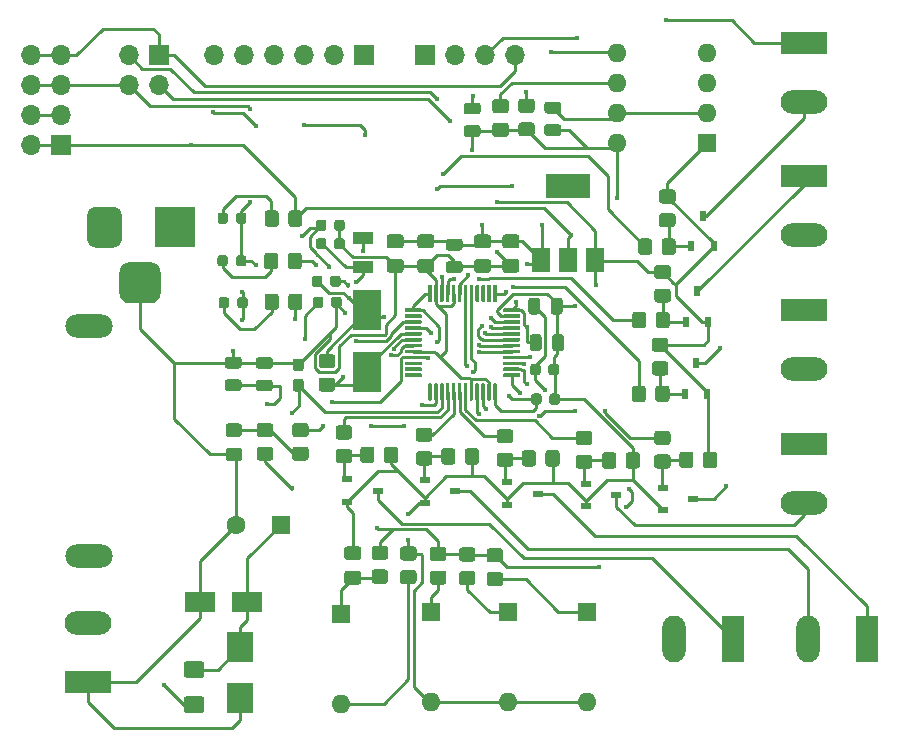
<source format=gbr>
%TF.GenerationSoftware,KiCad,Pcbnew,(5.1.10)-1*%
%TF.CreationDate,2022-05-16T19:26:02+08:00*%
%TF.ProjectId,lamp,6c616d70-2e6b-4696-9361-645f70636258,rev?*%
%TF.SameCoordinates,Original*%
%TF.FileFunction,Copper,L1,Top*%
%TF.FilePolarity,Positive*%
%FSLAX46Y46*%
G04 Gerber Fmt 4.6, Leading zero omitted, Abs format (unit mm)*
G04 Created by KiCad (PCBNEW (5.1.10)-1) date 2022-05-16 19:26:02*
%MOMM*%
%LPD*%
G01*
G04 APERTURE LIST*
%TA.AperFunction,SMDPad,CuDef*%
%ADD10R,2.300000X2.500000*%
%TD*%
%TA.AperFunction,ComponentPad*%
%ADD11O,1.700000X1.700000*%
%TD*%
%TA.AperFunction,ComponentPad*%
%ADD12R,1.700000X1.700000*%
%TD*%
%TA.AperFunction,ComponentPad*%
%ADD13O,1.600000X1.600000*%
%TD*%
%TA.AperFunction,ComponentPad*%
%ADD14R,1.600000X1.600000*%
%TD*%
%TA.AperFunction,ComponentPad*%
%ADD15C,1.600000*%
%TD*%
%TA.AperFunction,SMDPad,CuDef*%
%ADD16R,2.400000X3.500000*%
%TD*%
%TA.AperFunction,SMDPad,CuDef*%
%ADD17R,1.800000X1.000000*%
%TD*%
%TA.AperFunction,ComponentPad*%
%ADD18O,4.000000X2.000000*%
%TD*%
%TA.AperFunction,SMDPad,CuDef*%
%ADD19R,2.500000X1.800000*%
%TD*%
%TA.AperFunction,SMDPad,CuDef*%
%ADD20R,0.600000X0.900000*%
%TD*%
%TA.AperFunction,SMDPad,CuDef*%
%ADD21R,0.900000X0.600000*%
%TD*%
%TA.AperFunction,ComponentPad*%
%ADD22O,3.960000X1.980000*%
%TD*%
%TA.AperFunction,ComponentPad*%
%ADD23R,3.960000X1.980000*%
%TD*%
%TA.AperFunction,ComponentPad*%
%ADD24O,1.980000X3.960000*%
%TD*%
%TA.AperFunction,ComponentPad*%
%ADD25R,1.980000X3.960000*%
%TD*%
%TA.AperFunction,ComponentPad*%
%ADD26R,3.500000X3.500000*%
%TD*%
%TA.AperFunction,SMDPad,CuDef*%
%ADD27R,1.500000X2.000000*%
%TD*%
%TA.AperFunction,SMDPad,CuDef*%
%ADD28R,3.800000X2.000000*%
%TD*%
%TA.AperFunction,ViaPad*%
%ADD29C,0.400000*%
%TD*%
%TA.AperFunction,Conductor*%
%ADD30C,0.250000*%
%TD*%
G04 APERTURE END LIST*
%TO.P,C10,2*%
%TO.N,GND*%
%TA.AperFunction,SMDPad,CuDef*%
G36*
G01*
X126436000Y-27478800D02*
X126436000Y-26978800D01*
G75*
G02*
X126661000Y-26753800I225000J0D01*
G01*
X127111000Y-26753800D01*
G75*
G02*
X127336000Y-26978800I0J-225000D01*
G01*
X127336000Y-27478800D01*
G75*
G02*
X127111000Y-27703800I-225000J0D01*
G01*
X126661000Y-27703800D01*
G75*
G02*
X126436000Y-27478800I0J225000D01*
G01*
G37*
%TD.AperFunction*%
%TO.P,C10,1*%
%TO.N,Net-(C10-Pad1)*%
%TA.AperFunction,SMDPad,CuDef*%
G36*
G01*
X124886000Y-27478800D02*
X124886000Y-26978800D01*
G75*
G02*
X125111000Y-26753800I225000J0D01*
G01*
X125561000Y-26753800D01*
G75*
G02*
X125786000Y-26978800I0J-225000D01*
G01*
X125786000Y-27478800D01*
G75*
G02*
X125561000Y-27703800I-225000J0D01*
G01*
X125111000Y-27703800D01*
G75*
G02*
X124886000Y-27478800I0J225000D01*
G01*
G37*
%TD.AperFunction*%
%TD*%
%TO.P,C9,2*%
%TO.N,GND*%
%TA.AperFunction,SMDPad,CuDef*%
G36*
G01*
X126435700Y-25916700D02*
X126435700Y-25416700D01*
G75*
G02*
X126660700Y-25191700I225000J0D01*
G01*
X127110700Y-25191700D01*
G75*
G02*
X127335700Y-25416700I0J-225000D01*
G01*
X127335700Y-25916700D01*
G75*
G02*
X127110700Y-26141700I-225000J0D01*
G01*
X126660700Y-26141700D01*
G75*
G02*
X126435700Y-25916700I0J225000D01*
G01*
G37*
%TD.AperFunction*%
%TO.P,C9,1*%
%TO.N,Net-(C9-Pad1)*%
%TA.AperFunction,SMDPad,CuDef*%
G36*
G01*
X124885700Y-25916700D02*
X124885700Y-25416700D01*
G75*
G02*
X125110700Y-25191700I225000J0D01*
G01*
X125560700Y-25191700D01*
G75*
G02*
X125785700Y-25416700I0J-225000D01*
G01*
X125785700Y-25916700D01*
G75*
G02*
X125560700Y-26141700I-225000J0D01*
G01*
X125110700Y-26141700D01*
G75*
G02*
X124885700Y-25916700I0J225000D01*
G01*
G37*
%TD.AperFunction*%
%TD*%
%TO.P,C8,2*%
%TO.N,GND*%
%TA.AperFunction,SMDPad,CuDef*%
G36*
G01*
X126093100Y-30653800D02*
X126093100Y-30153800D01*
G75*
G02*
X126318100Y-29928800I225000J0D01*
G01*
X126768100Y-29928800D01*
G75*
G02*
X126993100Y-30153800I0J-225000D01*
G01*
X126993100Y-30653800D01*
G75*
G02*
X126768100Y-30878800I-225000J0D01*
G01*
X126318100Y-30878800D01*
G75*
G02*
X126093100Y-30653800I0J225000D01*
G01*
G37*
%TD.AperFunction*%
%TO.P,C8,1*%
%TO.N,Net-(C8-Pad1)*%
%TA.AperFunction,SMDPad,CuDef*%
G36*
G01*
X124543100Y-30653800D02*
X124543100Y-30153800D01*
G75*
G02*
X124768100Y-29928800I225000J0D01*
G01*
X125218100Y-29928800D01*
G75*
G02*
X125443100Y-30153800I0J-225000D01*
G01*
X125443100Y-30653800D01*
G75*
G02*
X125218100Y-30878800I-225000J0D01*
G01*
X124768100Y-30878800D01*
G75*
G02*
X124543100Y-30653800I0J225000D01*
G01*
G37*
%TD.AperFunction*%
%TD*%
%TO.P,C7,2*%
%TO.N,GND*%
%TA.AperFunction,SMDPad,CuDef*%
G36*
G01*
X126174999Y-32430000D02*
X126174999Y-31930000D01*
G75*
G02*
X126399999Y-31705000I225000J0D01*
G01*
X126849999Y-31705000D01*
G75*
G02*
X127074999Y-31930000I0J-225000D01*
G01*
X127074999Y-32430000D01*
G75*
G02*
X126849999Y-32655000I-225000J0D01*
G01*
X126399999Y-32655000D01*
G75*
G02*
X126174999Y-32430000I0J225000D01*
G01*
G37*
%TD.AperFunction*%
%TO.P,C7,1*%
%TO.N,Net-(C7-Pad1)*%
%TA.AperFunction,SMDPad,CuDef*%
G36*
G01*
X124624999Y-32430000D02*
X124624999Y-31930000D01*
G75*
G02*
X124849999Y-31705000I225000J0D01*
G01*
X125299999Y-31705000D01*
G75*
G02*
X125524999Y-31930000I0J-225000D01*
G01*
X125524999Y-32430000D01*
G75*
G02*
X125299999Y-32655000I-225000J0D01*
G01*
X124849999Y-32655000D01*
G75*
G02*
X124624999Y-32430000I0J225000D01*
G01*
G37*
%TD.AperFunction*%
%TD*%
%TO.P,C100,2*%
%TO.N,GND*%
%TA.AperFunction,SMDPad,CuDef*%
G36*
G01*
X145419000Y-16201001D02*
X144469000Y-16201001D01*
G75*
G02*
X144219000Y-15951001I0J250000D01*
G01*
X144219000Y-15451001D01*
G75*
G02*
X144469000Y-15201001I250000J0D01*
G01*
X145419000Y-15201001D01*
G75*
G02*
X145669000Y-15451001I0J-250000D01*
G01*
X145669000Y-15951001D01*
G75*
G02*
X145419000Y-16201001I-250000J0D01*
G01*
G37*
%TD.AperFunction*%
%TO.P,C100,1*%
%TO.N,/+3.3*%
%TA.AperFunction,SMDPad,CuDef*%
G36*
G01*
X145419000Y-18101001D02*
X144469000Y-18101001D01*
G75*
G02*
X144219000Y-17851001I0J250000D01*
G01*
X144219000Y-17351001D01*
G75*
G02*
X144469000Y-17101001I250000J0D01*
G01*
X145419000Y-17101001D01*
G75*
G02*
X145669000Y-17351001I0J-250000D01*
G01*
X145669000Y-17851001D01*
G75*
G02*
X145419000Y-18101001I-250000J0D01*
G01*
G37*
%TD.AperFunction*%
%TD*%
%TO.P,R28,2*%
%TO.N,/+3.3*%
%TA.AperFunction,SMDPad,CuDef*%
G36*
G01*
X140069999Y-16980000D02*
X140970001Y-16980000D01*
G75*
G02*
X141220000Y-17229999I0J-249999D01*
G01*
X141220000Y-17930001D01*
G75*
G02*
X140970001Y-18180000I-249999J0D01*
G01*
X140069999Y-18180000D01*
G75*
G02*
X139820000Y-17930001I0J249999D01*
G01*
X139820000Y-17229999D01*
G75*
G02*
X140069999Y-16980000I249999J0D01*
G01*
G37*
%TD.AperFunction*%
%TO.P,R28,1*%
%TO.N,/IIC_SCL*%
%TA.AperFunction,SMDPad,CuDef*%
G36*
G01*
X140069999Y-14980000D02*
X140970001Y-14980000D01*
G75*
G02*
X141220000Y-15229999I0J-249999D01*
G01*
X141220000Y-15930001D01*
G75*
G02*
X140970001Y-16180000I-249999J0D01*
G01*
X140069999Y-16180000D01*
G75*
G02*
X139820000Y-15930001I0J249999D01*
G01*
X139820000Y-15229999D01*
G75*
G02*
X140069999Y-14980000I249999J0D01*
G01*
G37*
%TD.AperFunction*%
%TD*%
D10*
%TO.P,D1,2*%
%TO.N,GND*%
X118475000Y-65675000D03*
%TO.P,D1,1*%
%TO.N,/+5v*%
X118475000Y-61375000D03*
%TD*%
D11*
%TO.P,J1,8*%
%TO.N,/+3.3*%
X100810000Y-11255000D03*
%TO.P,J1,7*%
X103350000Y-11255000D03*
%TO.P,J1,6*%
%TO.N,GND*%
X100810000Y-13795000D03*
%TO.P,J1,5*%
X103350000Y-13795000D03*
%TO.P,J1,4*%
X100810000Y-16335000D03*
%TO.P,J1,3*%
X103350000Y-16335000D03*
%TO.P,J1,2*%
%TO.N,/+5v*%
X100810000Y-18875000D03*
D12*
%TO.P,J1,1*%
X103350000Y-18875000D03*
%TD*%
%TO.P,LD1,2*%
%TO.N,Net-(LD1-Pad2)*%
%TA.AperFunction,SMDPad,CuDef*%
G36*
G01*
X118390001Y-43590000D02*
X117489999Y-43590000D01*
G75*
G02*
X117240000Y-43340001I0J249999D01*
G01*
X117240000Y-42689999D01*
G75*
G02*
X117489999Y-42440000I249999J0D01*
G01*
X118390001Y-42440000D01*
G75*
G02*
X118640000Y-42689999I0J-249999D01*
G01*
X118640000Y-43340001D01*
G75*
G02*
X118390001Y-43590000I-249999J0D01*
G01*
G37*
%TD.AperFunction*%
%TO.P,LD1,1*%
%TO.N,GND*%
%TA.AperFunction,SMDPad,CuDef*%
G36*
G01*
X118390001Y-45640000D02*
X117489999Y-45640000D01*
G75*
G02*
X117240000Y-45390001I0J249999D01*
G01*
X117240000Y-44739999D01*
G75*
G02*
X117489999Y-44490000I249999J0D01*
G01*
X118390001Y-44490000D01*
G75*
G02*
X118640000Y-44739999I0J-249999D01*
G01*
X118640000Y-45390001D01*
G75*
G02*
X118390001Y-45640000I-249999J0D01*
G01*
G37*
%TD.AperFunction*%
%TD*%
%TO.P,F1,2*%
%TO.N,Net-(F1-Pad2)*%
%TA.AperFunction,SMDPad,CuDef*%
G36*
G01*
X113950000Y-65537500D02*
X115200000Y-65537500D01*
G75*
G02*
X115450000Y-65787500I0J-250000D01*
G01*
X115450000Y-66712500D01*
G75*
G02*
X115200000Y-66962500I-250000J0D01*
G01*
X113950000Y-66962500D01*
G75*
G02*
X113700000Y-66712500I0J250000D01*
G01*
X113700000Y-65787500D01*
G75*
G02*
X113950000Y-65537500I250000J0D01*
G01*
G37*
%TD.AperFunction*%
%TO.P,F1,1*%
%TO.N,/+5v*%
%TA.AperFunction,SMDPad,CuDef*%
G36*
G01*
X113950000Y-62562500D02*
X115200000Y-62562500D01*
G75*
G02*
X115450000Y-62812500I0J-250000D01*
G01*
X115450000Y-63737500D01*
G75*
G02*
X115200000Y-63987500I-250000J0D01*
G01*
X113950000Y-63987500D01*
G75*
G02*
X113700000Y-63737500I0J250000D01*
G01*
X113700000Y-62812500D01*
G75*
G02*
X113950000Y-62562500I250000J0D01*
G01*
G37*
%TD.AperFunction*%
%TD*%
D13*
%TO.P,U2,8*%
%TO.N,/+3.3*%
X150390000Y-18710000D03*
%TO.P,U2,4*%
%TO.N,GND*%
X158010000Y-11090000D03*
%TO.P,U2,7*%
X150390000Y-16170000D03*
%TO.P,U2,3*%
X158010000Y-13630000D03*
%TO.P,U2,6*%
%TO.N,/IIC_SCL*%
X150390000Y-13630000D03*
%TO.P,U2,2*%
%TO.N,GND*%
X158010000Y-16170000D03*
%TO.P,U2,5*%
%TO.N,/IIC_SDA*%
X150390000Y-11090000D03*
D14*
%TO.P,U2,1*%
%TO.N,GND*%
X158010000Y-18710000D03*
%TD*%
D15*
%TO.P,C15,2*%
%TO.N,GND*%
X118140000Y-51000000D03*
D14*
%TO.P,C15,1*%
%TO.N,/+5v*%
X121940000Y-51000000D03*
%TD*%
D16*
%TO.P,Y1,2*%
%TO.N,Net-(C8-Pad1)*%
X129260000Y-32840000D03*
%TO.P,Y1,1*%
%TO.N,Net-(C7-Pad1)*%
X129260000Y-38040000D03*
%TD*%
D17*
%TO.P,Y2,2*%
%TO.N,Net-(C10-Pad1)*%
X128870000Y-29230000D03*
%TO.P,Y2,1*%
%TO.N,Net-(C9-Pad1)*%
X128870000Y-26730000D03*
%TD*%
%TO.P,R29,2*%
%TO.N,/+3.3*%
%TA.AperFunction,SMDPad,CuDef*%
G36*
G01*
X142269999Y-16942500D02*
X143170001Y-16942500D01*
G75*
G02*
X143420000Y-17192499I0J-249999D01*
G01*
X143420000Y-17892501D01*
G75*
G02*
X143170001Y-18142500I-249999J0D01*
G01*
X142269999Y-18142500D01*
G75*
G02*
X142020000Y-17892501I0J249999D01*
G01*
X142020000Y-17192499D01*
G75*
G02*
X142269999Y-16942500I249999J0D01*
G01*
G37*
%TD.AperFunction*%
%TO.P,R29,1*%
%TO.N,/IIC_SDA*%
%TA.AperFunction,SMDPad,CuDef*%
G36*
G01*
X142269999Y-14942500D02*
X143170001Y-14942500D01*
G75*
G02*
X143420000Y-15192499I0J-249999D01*
G01*
X143420000Y-15892501D01*
G75*
G02*
X143170001Y-16142500I-249999J0D01*
G01*
X142269999Y-16142500D01*
G75*
G02*
X142020000Y-15892501I0J249999D01*
G01*
X142020000Y-15192499D01*
G75*
G02*
X142269999Y-14942500I249999J0D01*
G01*
G37*
%TD.AperFunction*%
%TD*%
%TO.P,R27,2*%
%TO.N,/+3.3*%
%TA.AperFunction,SMDPad,CuDef*%
G36*
G01*
X124030001Y-43600000D02*
X123129999Y-43600000D01*
G75*
G02*
X122880000Y-43350001I0J249999D01*
G01*
X122880000Y-42649999D01*
G75*
G02*
X123129999Y-42400000I249999J0D01*
G01*
X124030001Y-42400000D01*
G75*
G02*
X124280000Y-42649999I0J-249999D01*
G01*
X124280000Y-43350001D01*
G75*
G02*
X124030001Y-43600000I-249999J0D01*
G01*
G37*
%TD.AperFunction*%
%TO.P,R27,1*%
%TO.N,Net-(LD1-Pad2)*%
%TA.AperFunction,SMDPad,CuDef*%
G36*
G01*
X124030001Y-45600000D02*
X123129999Y-45600000D01*
G75*
G02*
X122880000Y-45350001I0J249999D01*
G01*
X122880000Y-44649999D01*
G75*
G02*
X123129999Y-44400000I249999J0D01*
G01*
X124030001Y-44400000D01*
G75*
G02*
X124280000Y-44649999I0J-249999D01*
G01*
X124280000Y-45350001D01*
G75*
G02*
X124030001Y-45600000I-249999J0D01*
G01*
G37*
%TD.AperFunction*%
%TD*%
%TO.P,R26,2*%
%TO.N,Net-(LD1-Pad2)*%
%TA.AperFunction,SMDPad,CuDef*%
G36*
G01*
X121030001Y-43600000D02*
X120129999Y-43600000D01*
G75*
G02*
X119880000Y-43350001I0J249999D01*
G01*
X119880000Y-42649999D01*
G75*
G02*
X120129999Y-42400000I249999J0D01*
G01*
X121030001Y-42400000D01*
G75*
G02*
X121280000Y-42649999I0J-249999D01*
G01*
X121280000Y-43350001D01*
G75*
G02*
X121030001Y-43600000I-249999J0D01*
G01*
G37*
%TD.AperFunction*%
%TO.P,R26,1*%
%TO.N,/LIGHT*%
%TA.AperFunction,SMDPad,CuDef*%
G36*
G01*
X121030001Y-45600000D02*
X120129999Y-45600000D01*
G75*
G02*
X119880000Y-45350001I0J249999D01*
G01*
X119880000Y-44649999D01*
G75*
G02*
X120129999Y-44400000I249999J0D01*
G01*
X121030001Y-44400000D01*
G75*
G02*
X121280000Y-44649999I0J-249999D01*
G01*
X121280000Y-45350001D01*
G75*
G02*
X121030001Y-45600000I-249999J0D01*
G01*
G37*
%TD.AperFunction*%
%TD*%
%TO.P,R25,2*%
%TO.N,/SW_3*%
%TA.AperFunction,SMDPad,CuDef*%
G36*
G01*
X139589999Y-55010000D02*
X140490001Y-55010000D01*
G75*
G02*
X140740000Y-55259999I0J-249999D01*
G01*
X140740000Y-55960001D01*
G75*
G02*
X140490001Y-56210000I-249999J0D01*
G01*
X139589999Y-56210000D01*
G75*
G02*
X139340000Y-55960001I0J249999D01*
G01*
X139340000Y-55259999D01*
G75*
G02*
X139589999Y-55010000I249999J0D01*
G01*
G37*
%TD.AperFunction*%
%TO.P,R25,1*%
%TO.N,/+3.3*%
%TA.AperFunction,SMDPad,CuDef*%
G36*
G01*
X139589999Y-53010000D02*
X140490001Y-53010000D01*
G75*
G02*
X140740000Y-53259999I0J-249999D01*
G01*
X140740000Y-53960001D01*
G75*
G02*
X140490001Y-54210000I-249999J0D01*
G01*
X139589999Y-54210000D01*
G75*
G02*
X139340000Y-53960001I0J249999D01*
G01*
X139340000Y-53259999D01*
G75*
G02*
X139589999Y-53010000I249999J0D01*
G01*
G37*
%TD.AperFunction*%
%TD*%
%TO.P,R24,2*%
%TO.N,/SW_2*%
%TA.AperFunction,SMDPad,CuDef*%
G36*
G01*
X137249999Y-54930000D02*
X138150001Y-54930000D01*
G75*
G02*
X138400000Y-55179999I0J-249999D01*
G01*
X138400000Y-55880001D01*
G75*
G02*
X138150001Y-56130000I-249999J0D01*
G01*
X137249999Y-56130000D01*
G75*
G02*
X137000000Y-55880001I0J249999D01*
G01*
X137000000Y-55179999D01*
G75*
G02*
X137249999Y-54930000I249999J0D01*
G01*
G37*
%TD.AperFunction*%
%TO.P,R24,1*%
%TO.N,/+3.3*%
%TA.AperFunction,SMDPad,CuDef*%
G36*
G01*
X137249999Y-52930000D02*
X138150001Y-52930000D01*
G75*
G02*
X138400000Y-53179999I0J-249999D01*
G01*
X138400000Y-53880001D01*
G75*
G02*
X138150001Y-54130000I-249999J0D01*
G01*
X137249999Y-54130000D01*
G75*
G02*
X137000000Y-53880001I0J249999D01*
G01*
X137000000Y-53179999D01*
G75*
G02*
X137249999Y-52930000I249999J0D01*
G01*
G37*
%TD.AperFunction*%
%TD*%
%TO.P,R23,2*%
%TO.N,/SW_1*%
%TA.AperFunction,SMDPad,CuDef*%
G36*
G01*
X134789999Y-54890000D02*
X135690001Y-54890000D01*
G75*
G02*
X135940000Y-55139999I0J-249999D01*
G01*
X135940000Y-55840001D01*
G75*
G02*
X135690001Y-56090000I-249999J0D01*
G01*
X134789999Y-56090000D01*
G75*
G02*
X134540000Y-55840001I0J249999D01*
G01*
X134540000Y-55139999D01*
G75*
G02*
X134789999Y-54890000I249999J0D01*
G01*
G37*
%TD.AperFunction*%
%TO.P,R23,1*%
%TO.N,/+3.3*%
%TA.AperFunction,SMDPad,CuDef*%
G36*
G01*
X134789999Y-52890000D02*
X135690001Y-52890000D01*
G75*
G02*
X135940000Y-53139999I0J-249999D01*
G01*
X135940000Y-53840001D01*
G75*
G02*
X135690001Y-54090000I-249999J0D01*
G01*
X134789999Y-54090000D01*
G75*
G02*
X134540000Y-53840001I0J249999D01*
G01*
X134540000Y-53139999D01*
G75*
G02*
X134789999Y-52890000I249999J0D01*
G01*
G37*
%TD.AperFunction*%
%TD*%
%TO.P,R22,2*%
%TO.N,GND*%
%TA.AperFunction,SMDPad,CuDef*%
G36*
G01*
X155090001Y-23830000D02*
X154189999Y-23830000D01*
G75*
G02*
X153940000Y-23580001I0J249999D01*
G01*
X153940000Y-22879999D01*
G75*
G02*
X154189999Y-22630000I249999J0D01*
G01*
X155090001Y-22630000D01*
G75*
G02*
X155340000Y-22879999I0J-249999D01*
G01*
X155340000Y-23580001D01*
G75*
G02*
X155090001Y-23830000I-249999J0D01*
G01*
G37*
%TD.AperFunction*%
%TO.P,R22,1*%
%TO.N,Net-(Q8-Pad1)*%
%TA.AperFunction,SMDPad,CuDef*%
G36*
G01*
X155090001Y-25830000D02*
X154189999Y-25830000D01*
G75*
G02*
X153940000Y-25580001I0J249999D01*
G01*
X153940000Y-24879999D01*
G75*
G02*
X154189999Y-24630000I249999J0D01*
G01*
X155090001Y-24630000D01*
G75*
G02*
X155340000Y-24879999I0J-249999D01*
G01*
X155340000Y-25580001D01*
G75*
G02*
X155090001Y-25830000I-249999J0D01*
G01*
G37*
%TD.AperFunction*%
%TD*%
%TO.P,R21,2*%
%TO.N,GND*%
%TA.AperFunction,SMDPad,CuDef*%
G36*
G01*
X154690001Y-30220000D02*
X153789999Y-30220000D01*
G75*
G02*
X153540000Y-29970001I0J249999D01*
G01*
X153540000Y-29269999D01*
G75*
G02*
X153789999Y-29020000I249999J0D01*
G01*
X154690001Y-29020000D01*
G75*
G02*
X154940000Y-29269999I0J-249999D01*
G01*
X154940000Y-29970001D01*
G75*
G02*
X154690001Y-30220000I-249999J0D01*
G01*
G37*
%TD.AperFunction*%
%TO.P,R21,1*%
%TO.N,Net-(Q7-Pad1)*%
%TA.AperFunction,SMDPad,CuDef*%
G36*
G01*
X154690001Y-32220000D02*
X153789999Y-32220000D01*
G75*
G02*
X153540000Y-31970001I0J249999D01*
G01*
X153540000Y-31269999D01*
G75*
G02*
X153789999Y-31020000I249999J0D01*
G01*
X154690001Y-31020000D01*
G75*
G02*
X154940000Y-31269999I0J-249999D01*
G01*
X154940000Y-31970001D01*
G75*
G02*
X154690001Y-32220000I-249999J0D01*
G01*
G37*
%TD.AperFunction*%
%TD*%
%TO.P,R20,2*%
%TO.N,GND*%
%TA.AperFunction,SMDPad,CuDef*%
G36*
G01*
X154480001Y-36380000D02*
X153579999Y-36380000D01*
G75*
G02*
X153330000Y-36130001I0J249999D01*
G01*
X153330000Y-35429999D01*
G75*
G02*
X153579999Y-35180000I249999J0D01*
G01*
X154480001Y-35180000D01*
G75*
G02*
X154730000Y-35429999I0J-249999D01*
G01*
X154730000Y-36130001D01*
G75*
G02*
X154480001Y-36380000I-249999J0D01*
G01*
G37*
%TD.AperFunction*%
%TO.P,R20,1*%
%TO.N,Net-(Q6-Pad1)*%
%TA.AperFunction,SMDPad,CuDef*%
G36*
G01*
X154480001Y-38380000D02*
X153579999Y-38380000D01*
G75*
G02*
X153330000Y-38130001I0J249999D01*
G01*
X153330000Y-37429999D01*
G75*
G02*
X153579999Y-37180000I249999J0D01*
G01*
X154480001Y-37180000D01*
G75*
G02*
X154730000Y-37429999I0J-249999D01*
G01*
X154730000Y-38130001D01*
G75*
G02*
X154480001Y-38380000I-249999J0D01*
G01*
G37*
%TD.AperFunction*%
%TD*%
%TO.P,R19,2*%
%TO.N,GND*%
%TA.AperFunction,SMDPad,CuDef*%
G36*
G01*
X157660000Y-45970001D02*
X157660000Y-45069999D01*
G75*
G02*
X157909999Y-44820000I249999J0D01*
G01*
X158610001Y-44820000D01*
G75*
G02*
X158860000Y-45069999I0J-249999D01*
G01*
X158860000Y-45970001D01*
G75*
G02*
X158610001Y-46220000I-249999J0D01*
G01*
X157909999Y-46220000D01*
G75*
G02*
X157660000Y-45970001I0J249999D01*
G01*
G37*
%TD.AperFunction*%
%TO.P,R19,1*%
%TO.N,Net-(Q5-Pad1)*%
%TA.AperFunction,SMDPad,CuDef*%
G36*
G01*
X155660000Y-45970001D02*
X155660000Y-45069999D01*
G75*
G02*
X155909999Y-44820000I249999J0D01*
G01*
X156610001Y-44820000D01*
G75*
G02*
X156860000Y-45069999I0J-249999D01*
G01*
X156860000Y-45970001D01*
G75*
G02*
X156610001Y-46220000I-249999J0D01*
G01*
X155909999Y-46220000D01*
G75*
G02*
X155660000Y-45970001I0J249999D01*
G01*
G37*
%TD.AperFunction*%
%TD*%
%TO.P,R18,2*%
%TO.N,GND*%
%TA.AperFunction,SMDPad,CuDef*%
G36*
G01*
X151120000Y-46020001D02*
X151120000Y-45119999D01*
G75*
G02*
X151369999Y-44870000I249999J0D01*
G01*
X152070001Y-44870000D01*
G75*
G02*
X152320000Y-45119999I0J-249999D01*
G01*
X152320000Y-46020001D01*
G75*
G02*
X152070001Y-46270000I-249999J0D01*
G01*
X151369999Y-46270000D01*
G75*
G02*
X151120000Y-46020001I0J249999D01*
G01*
G37*
%TD.AperFunction*%
%TO.P,R18,1*%
%TO.N,Net-(Q4-Pad1)*%
%TA.AperFunction,SMDPad,CuDef*%
G36*
G01*
X149120000Y-46020001D02*
X149120000Y-45119999D01*
G75*
G02*
X149369999Y-44870000I249999J0D01*
G01*
X150070001Y-44870000D01*
G75*
G02*
X150320000Y-45119999I0J-249999D01*
G01*
X150320000Y-46020001D01*
G75*
G02*
X150070001Y-46270000I-249999J0D01*
G01*
X149369999Y-46270000D01*
G75*
G02*
X149120000Y-46020001I0J249999D01*
G01*
G37*
%TD.AperFunction*%
%TD*%
%TO.P,R17,2*%
%TO.N,GND*%
%TA.AperFunction,SMDPad,CuDef*%
G36*
G01*
X144330000Y-45840001D02*
X144330000Y-44939999D01*
G75*
G02*
X144579999Y-44690000I249999J0D01*
G01*
X145280001Y-44690000D01*
G75*
G02*
X145530000Y-44939999I0J-249999D01*
G01*
X145530000Y-45840001D01*
G75*
G02*
X145280001Y-46090000I-249999J0D01*
G01*
X144579999Y-46090000D01*
G75*
G02*
X144330000Y-45840001I0J249999D01*
G01*
G37*
%TD.AperFunction*%
%TO.P,R17,1*%
%TO.N,Net-(Q3-Pad1)*%
%TA.AperFunction,SMDPad,CuDef*%
G36*
G01*
X142330000Y-45840001D02*
X142330000Y-44939999D01*
G75*
G02*
X142579999Y-44690000I249999J0D01*
G01*
X143280001Y-44690000D01*
G75*
G02*
X143530000Y-44939999I0J-249999D01*
G01*
X143530000Y-45840001D01*
G75*
G02*
X143280001Y-46090000I-249999J0D01*
G01*
X142579999Y-46090000D01*
G75*
G02*
X142330000Y-45840001I0J249999D01*
G01*
G37*
%TD.AperFunction*%
%TD*%
%TO.P,R16,2*%
%TO.N,GND*%
%TA.AperFunction,SMDPad,CuDef*%
G36*
G01*
X137500000Y-45680001D02*
X137500000Y-44779999D01*
G75*
G02*
X137749999Y-44530000I249999J0D01*
G01*
X138450001Y-44530000D01*
G75*
G02*
X138700000Y-44779999I0J-249999D01*
G01*
X138700000Y-45680001D01*
G75*
G02*
X138450001Y-45930000I-249999J0D01*
G01*
X137749999Y-45930000D01*
G75*
G02*
X137500000Y-45680001I0J249999D01*
G01*
G37*
%TD.AperFunction*%
%TO.P,R16,1*%
%TO.N,Net-(Q2-Pad1)*%
%TA.AperFunction,SMDPad,CuDef*%
G36*
G01*
X135500000Y-45680001D02*
X135500000Y-44779999D01*
G75*
G02*
X135749999Y-44530000I249999J0D01*
G01*
X136450001Y-44530000D01*
G75*
G02*
X136700000Y-44779999I0J-249999D01*
G01*
X136700000Y-45680001D01*
G75*
G02*
X136450001Y-45930000I-249999J0D01*
G01*
X135749999Y-45930000D01*
G75*
G02*
X135500000Y-45680001I0J249999D01*
G01*
G37*
%TD.AperFunction*%
%TD*%
%TO.P,R15,2*%
%TO.N,GND*%
%TA.AperFunction,SMDPad,CuDef*%
G36*
G01*
X130650000Y-45550001D02*
X130650000Y-44649999D01*
G75*
G02*
X130899999Y-44400000I249999J0D01*
G01*
X131600001Y-44400000D01*
G75*
G02*
X131850000Y-44649999I0J-249999D01*
G01*
X131850000Y-45550001D01*
G75*
G02*
X131600001Y-45800000I-249999J0D01*
G01*
X130899999Y-45800000D01*
G75*
G02*
X130650000Y-45550001I0J249999D01*
G01*
G37*
%TD.AperFunction*%
%TO.P,R15,1*%
%TO.N,Net-(Q1-Pad1)*%
%TA.AperFunction,SMDPad,CuDef*%
G36*
G01*
X128650000Y-45550001D02*
X128650000Y-44649999D01*
G75*
G02*
X128899999Y-44400000I249999J0D01*
G01*
X129600001Y-44400000D01*
G75*
G02*
X129850000Y-44649999I0J-249999D01*
G01*
X129850000Y-45550001D01*
G75*
G02*
X129600001Y-45800000I-249999J0D01*
G01*
X128899999Y-45800000D01*
G75*
G02*
X128650000Y-45550001I0J249999D01*
G01*
G37*
%TD.AperFunction*%
%TD*%
%TO.P,R14,2*%
%TO.N,Net-(Q8-Pad1)*%
%TA.AperFunction,SMDPad,CuDef*%
G36*
G01*
X154160000Y-27920001D02*
X154160000Y-27019999D01*
G75*
G02*
X154409999Y-26770000I249999J0D01*
G01*
X155110001Y-26770000D01*
G75*
G02*
X155360000Y-27019999I0J-249999D01*
G01*
X155360000Y-27920001D01*
G75*
G02*
X155110001Y-28170000I-249999J0D01*
G01*
X154409999Y-28170000D01*
G75*
G02*
X154160000Y-27920001I0J249999D01*
G01*
G37*
%TD.AperFunction*%
%TO.P,R14,1*%
%TO.N,/T4_W*%
%TA.AperFunction,SMDPad,CuDef*%
G36*
G01*
X152160000Y-27920001D02*
X152160000Y-27019999D01*
G75*
G02*
X152409999Y-26770000I249999J0D01*
G01*
X153110001Y-26770000D01*
G75*
G02*
X153360000Y-27019999I0J-249999D01*
G01*
X153360000Y-27920001D01*
G75*
G02*
X153110001Y-28170000I-249999J0D01*
G01*
X152409999Y-28170000D01*
G75*
G02*
X152160000Y-27920001I0J249999D01*
G01*
G37*
%TD.AperFunction*%
%TD*%
%TO.P,R13,2*%
%TO.N,Net-(Q7-Pad1)*%
%TA.AperFunction,SMDPad,CuDef*%
G36*
G01*
X153660000Y-34140001D02*
X153660000Y-33239999D01*
G75*
G02*
X153909999Y-32990000I249999J0D01*
G01*
X154610001Y-32990000D01*
G75*
G02*
X154860000Y-33239999I0J-249999D01*
G01*
X154860000Y-34140001D01*
G75*
G02*
X154610001Y-34390000I-249999J0D01*
G01*
X153909999Y-34390000D01*
G75*
G02*
X153660000Y-34140001I0J249999D01*
G01*
G37*
%TD.AperFunction*%
%TO.P,R13,1*%
%TO.N,/T4_B*%
%TA.AperFunction,SMDPad,CuDef*%
G36*
G01*
X151660000Y-34140001D02*
X151660000Y-33239999D01*
G75*
G02*
X151909999Y-32990000I249999J0D01*
G01*
X152610001Y-32990000D01*
G75*
G02*
X152860000Y-33239999I0J-249999D01*
G01*
X152860000Y-34140001D01*
G75*
G02*
X152610001Y-34390000I-249999J0D01*
G01*
X151909999Y-34390000D01*
G75*
G02*
X151660000Y-34140001I0J249999D01*
G01*
G37*
%TD.AperFunction*%
%TD*%
%TO.P,R12,2*%
%TO.N,Net-(Q6-Pad1)*%
%TA.AperFunction,SMDPad,CuDef*%
G36*
G01*
X153630000Y-40390001D02*
X153630000Y-39489999D01*
G75*
G02*
X153879999Y-39240000I249999J0D01*
G01*
X154580001Y-39240000D01*
G75*
G02*
X154830000Y-39489999I0J-249999D01*
G01*
X154830000Y-40390001D01*
G75*
G02*
X154580001Y-40640000I-249999J0D01*
G01*
X153879999Y-40640000D01*
G75*
G02*
X153630000Y-40390001I0J249999D01*
G01*
G37*
%TD.AperFunction*%
%TO.P,R12,1*%
%TO.N,/T4_G*%
%TA.AperFunction,SMDPad,CuDef*%
G36*
G01*
X151630000Y-40390001D02*
X151630000Y-39489999D01*
G75*
G02*
X151879999Y-39240000I249999J0D01*
G01*
X152580001Y-39240000D01*
G75*
G02*
X152830000Y-39489999I0J-249999D01*
G01*
X152830000Y-40390001D01*
G75*
G02*
X152580001Y-40640000I-249999J0D01*
G01*
X151879999Y-40640000D01*
G75*
G02*
X151630000Y-40390001I0J249999D01*
G01*
G37*
%TD.AperFunction*%
%TD*%
%TO.P,R11,2*%
%TO.N,Net-(Q5-Pad1)*%
%TA.AperFunction,SMDPad,CuDef*%
G36*
G01*
X153769999Y-45060000D02*
X154670001Y-45060000D01*
G75*
G02*
X154920000Y-45309999I0J-249999D01*
G01*
X154920000Y-46010001D01*
G75*
G02*
X154670001Y-46260000I-249999J0D01*
G01*
X153769999Y-46260000D01*
G75*
G02*
X153520000Y-46010001I0J249999D01*
G01*
X153520000Y-45309999D01*
G75*
G02*
X153769999Y-45060000I249999J0D01*
G01*
G37*
%TD.AperFunction*%
%TO.P,R11,1*%
%TO.N,/T4_R*%
%TA.AperFunction,SMDPad,CuDef*%
G36*
G01*
X153769999Y-43060000D02*
X154670001Y-43060000D01*
G75*
G02*
X154920000Y-43309999I0J-249999D01*
G01*
X154920000Y-44010001D01*
G75*
G02*
X154670001Y-44260000I-249999J0D01*
G01*
X153769999Y-44260000D01*
G75*
G02*
X153520000Y-44010001I0J249999D01*
G01*
X153520000Y-43309999D01*
G75*
G02*
X153769999Y-43060000I249999J0D01*
G01*
G37*
%TD.AperFunction*%
%TD*%
%TO.P,R10,2*%
%TO.N,Net-(Q4-Pad1)*%
%TA.AperFunction,SMDPad,CuDef*%
G36*
G01*
X147139999Y-45070000D02*
X148040001Y-45070000D01*
G75*
G02*
X148290000Y-45319999I0J-249999D01*
G01*
X148290000Y-46020001D01*
G75*
G02*
X148040001Y-46270000I-249999J0D01*
G01*
X147139999Y-46270000D01*
G75*
G02*
X146890000Y-46020001I0J249999D01*
G01*
X146890000Y-45319999D01*
G75*
G02*
X147139999Y-45070000I249999J0D01*
G01*
G37*
%TD.AperFunction*%
%TO.P,R10,1*%
%TO.N,/T3_W*%
%TA.AperFunction,SMDPad,CuDef*%
G36*
G01*
X147139999Y-43070000D02*
X148040001Y-43070000D01*
G75*
G02*
X148290000Y-43319999I0J-249999D01*
G01*
X148290000Y-44020001D01*
G75*
G02*
X148040001Y-44270000I-249999J0D01*
G01*
X147139999Y-44270000D01*
G75*
G02*
X146890000Y-44020001I0J249999D01*
G01*
X146890000Y-43319999D01*
G75*
G02*
X147139999Y-43070000I249999J0D01*
G01*
G37*
%TD.AperFunction*%
%TD*%
%TO.P,R9,2*%
%TO.N,Net-(Q3-Pad1)*%
%TA.AperFunction,SMDPad,CuDef*%
G36*
G01*
X140449999Y-44910000D02*
X141350001Y-44910000D01*
G75*
G02*
X141600000Y-45159999I0J-249999D01*
G01*
X141600000Y-45860001D01*
G75*
G02*
X141350001Y-46110000I-249999J0D01*
G01*
X140449999Y-46110000D01*
G75*
G02*
X140200000Y-45860001I0J249999D01*
G01*
X140200000Y-45159999D01*
G75*
G02*
X140449999Y-44910000I249999J0D01*
G01*
G37*
%TD.AperFunction*%
%TO.P,R9,1*%
%TO.N,/T3_B*%
%TA.AperFunction,SMDPad,CuDef*%
G36*
G01*
X140449999Y-42910000D02*
X141350001Y-42910000D01*
G75*
G02*
X141600000Y-43159999I0J-249999D01*
G01*
X141600000Y-43860001D01*
G75*
G02*
X141350001Y-44110000I-249999J0D01*
G01*
X140449999Y-44110000D01*
G75*
G02*
X140200000Y-43860001I0J249999D01*
G01*
X140200000Y-43159999D01*
G75*
G02*
X140449999Y-42910000I249999J0D01*
G01*
G37*
%TD.AperFunction*%
%TD*%
%TO.P,R8,2*%
%TO.N,Net-(Q2-Pad1)*%
%TA.AperFunction,SMDPad,CuDef*%
G36*
G01*
X133599999Y-44800000D02*
X134500001Y-44800000D01*
G75*
G02*
X134750000Y-45049999I0J-249999D01*
G01*
X134750000Y-45750001D01*
G75*
G02*
X134500001Y-46000000I-249999J0D01*
G01*
X133599999Y-46000000D01*
G75*
G02*
X133350000Y-45750001I0J249999D01*
G01*
X133350000Y-45049999D01*
G75*
G02*
X133599999Y-44800000I249999J0D01*
G01*
G37*
%TD.AperFunction*%
%TO.P,R8,1*%
%TO.N,/T3_G*%
%TA.AperFunction,SMDPad,CuDef*%
G36*
G01*
X133599999Y-42800000D02*
X134500001Y-42800000D01*
G75*
G02*
X134750000Y-43049999I0J-249999D01*
G01*
X134750000Y-43750001D01*
G75*
G02*
X134500001Y-44000000I-249999J0D01*
G01*
X133599999Y-44000000D01*
G75*
G02*
X133350000Y-43750001I0J249999D01*
G01*
X133350000Y-43049999D01*
G75*
G02*
X133599999Y-42800000I249999J0D01*
G01*
G37*
%TD.AperFunction*%
%TD*%
%TO.P,R7,2*%
%TO.N,Net-(Q1-Pad1)*%
%TA.AperFunction,SMDPad,CuDef*%
G36*
G01*
X126809999Y-44600000D02*
X127710001Y-44600000D01*
G75*
G02*
X127960000Y-44849999I0J-249999D01*
G01*
X127960000Y-45550001D01*
G75*
G02*
X127710001Y-45800000I-249999J0D01*
G01*
X126809999Y-45800000D01*
G75*
G02*
X126560000Y-45550001I0J249999D01*
G01*
X126560000Y-44849999D01*
G75*
G02*
X126809999Y-44600000I249999J0D01*
G01*
G37*
%TD.AperFunction*%
%TO.P,R7,1*%
%TO.N,/T3_R*%
%TA.AperFunction,SMDPad,CuDef*%
G36*
G01*
X126809999Y-42600000D02*
X127710001Y-42600000D01*
G75*
G02*
X127960000Y-42849999I0J-249999D01*
G01*
X127960000Y-43550001D01*
G75*
G02*
X127710001Y-43800000I-249999J0D01*
G01*
X126809999Y-43800000D01*
G75*
G02*
X126560000Y-43550001I0J249999D01*
G01*
X126560000Y-42849999D01*
G75*
G02*
X126809999Y-42600000I249999J0D01*
G01*
G37*
%TD.AperFunction*%
%TD*%
%TO.P,R6,2*%
%TO.N,Net-(BLUE1-Pad1)*%
%TA.AperFunction,SMDPad,CuDef*%
G36*
G01*
X121750000Y-31689999D02*
X121750000Y-32590001D01*
G75*
G02*
X121500001Y-32840000I-249999J0D01*
G01*
X120799999Y-32840000D01*
G75*
G02*
X120550000Y-32590001I0J249999D01*
G01*
X120550000Y-31689999D01*
G75*
G02*
X120799999Y-31440000I249999J0D01*
G01*
X121500001Y-31440000D01*
G75*
G02*
X121750000Y-31689999I0J-249999D01*
G01*
G37*
%TD.AperFunction*%
%TO.P,R6,1*%
%TO.N,/LED1*%
%TA.AperFunction,SMDPad,CuDef*%
G36*
G01*
X123750000Y-31689999D02*
X123750000Y-32590001D01*
G75*
G02*
X123500001Y-32840000I-249999J0D01*
G01*
X122799999Y-32840000D01*
G75*
G02*
X122550000Y-32590001I0J249999D01*
G01*
X122550000Y-31689999D01*
G75*
G02*
X122799999Y-31440000I249999J0D01*
G01*
X123500001Y-31440000D01*
G75*
G02*
X123750000Y-31689999I0J-249999D01*
G01*
G37*
%TD.AperFunction*%
%TD*%
%TO.P,R5,2*%
%TO.N,Net-(GREEN1-Pad1)*%
%TA.AperFunction,SMDPad,CuDef*%
G36*
G01*
X121700000Y-28239999D02*
X121700000Y-29140001D01*
G75*
G02*
X121450001Y-29390000I-249999J0D01*
G01*
X120749999Y-29390000D01*
G75*
G02*
X120500000Y-29140001I0J249999D01*
G01*
X120500000Y-28239999D01*
G75*
G02*
X120749999Y-27990000I249999J0D01*
G01*
X121450001Y-27990000D01*
G75*
G02*
X121700000Y-28239999I0J-249999D01*
G01*
G37*
%TD.AperFunction*%
%TO.P,R5,1*%
%TO.N,/LED0*%
%TA.AperFunction,SMDPad,CuDef*%
G36*
G01*
X123700000Y-28239999D02*
X123700000Y-29140001D01*
G75*
G02*
X123450001Y-29390000I-249999J0D01*
G01*
X122749999Y-29390000D01*
G75*
G02*
X122500000Y-29140001I0J249999D01*
G01*
X122500000Y-28239999D01*
G75*
G02*
X122749999Y-27990000I249999J0D01*
G01*
X123450001Y-27990000D01*
G75*
G02*
X123700000Y-28239999I0J-249999D01*
G01*
G37*
%TD.AperFunction*%
%TD*%
%TO.P,R4,2*%
%TO.N,Net-(R4-Pad2)*%
%TA.AperFunction,SMDPad,CuDef*%
G36*
G01*
X121750000Y-24639999D02*
X121750000Y-25540001D01*
G75*
G02*
X121500001Y-25790000I-249999J0D01*
G01*
X120799999Y-25790000D01*
G75*
G02*
X120550000Y-25540001I0J249999D01*
G01*
X120550000Y-24639999D01*
G75*
G02*
X120799999Y-24390000I249999J0D01*
G01*
X121500001Y-24390000D01*
G75*
G02*
X121750000Y-24639999I0J-249999D01*
G01*
G37*
%TD.AperFunction*%
%TO.P,R4,1*%
%TO.N,/+5v*%
%TA.AperFunction,SMDPad,CuDef*%
G36*
G01*
X123750000Y-24639999D02*
X123750000Y-25540001D01*
G75*
G02*
X123500001Y-25790000I-249999J0D01*
G01*
X122799999Y-25790000D01*
G75*
G02*
X122550000Y-25540001I0J249999D01*
G01*
X122550000Y-24639999D01*
G75*
G02*
X122799999Y-24390000I249999J0D01*
G01*
X123500001Y-24390000D01*
G75*
G02*
X123750000Y-24639999I0J-249999D01*
G01*
G37*
%TD.AperFunction*%
%TD*%
%TO.P,R3,2*%
%TO.N,Net-(C8-Pad1)*%
%TA.AperFunction,SMDPad,CuDef*%
G36*
G01*
X126270001Y-37760000D02*
X125369999Y-37760000D01*
G75*
G02*
X125120000Y-37510001I0J249999D01*
G01*
X125120000Y-36809999D01*
G75*
G02*
X125369999Y-36560000I249999J0D01*
G01*
X126270001Y-36560000D01*
G75*
G02*
X126520000Y-36809999I0J-249999D01*
G01*
X126520000Y-37510001D01*
G75*
G02*
X126270001Y-37760000I-249999J0D01*
G01*
G37*
%TD.AperFunction*%
%TO.P,R3,1*%
%TO.N,Net-(C7-Pad1)*%
%TA.AperFunction,SMDPad,CuDef*%
G36*
G01*
X126270001Y-39760000D02*
X125369999Y-39760000D01*
G75*
G02*
X125120000Y-39510001I0J249999D01*
G01*
X125120000Y-38809999D01*
G75*
G02*
X125369999Y-38560000I249999J0D01*
G01*
X126270001Y-38560000D01*
G75*
G02*
X126520000Y-38809999I0J-249999D01*
G01*
X126520000Y-39510001D01*
G75*
G02*
X126270001Y-39760000I-249999J0D01*
G01*
G37*
%TD.AperFunction*%
%TD*%
D18*
%TO.P,SW1,2*%
%TO.N,Net-(F1-Pad2)*%
X105650000Y-53700000D03*
%TO.P,SW1,1*%
%TO.N,Net-(J3-Pad2)*%
X105650000Y-34200000D03*
%TD*%
%TO.P,U1,48*%
%TO.N,/+3.3*%
%TA.AperFunction,SMDPad,CuDef*%
G36*
G01*
X134400000Y-32100000D02*
X134400000Y-30775000D01*
G75*
G02*
X134475000Y-30700000I75000J0D01*
G01*
X134625000Y-30700000D01*
G75*
G02*
X134700000Y-30775000I0J-75000D01*
G01*
X134700000Y-32100000D01*
G75*
G02*
X134625000Y-32175000I-75000J0D01*
G01*
X134475000Y-32175000D01*
G75*
G02*
X134400000Y-32100000I0J75000D01*
G01*
G37*
%TD.AperFunction*%
%TO.P,U1,47*%
%TO.N,GND*%
%TA.AperFunction,SMDPad,CuDef*%
G36*
G01*
X134900000Y-32100000D02*
X134900000Y-30775000D01*
G75*
G02*
X134975000Y-30700000I75000J0D01*
G01*
X135125000Y-30700000D01*
G75*
G02*
X135200000Y-30775000I0J-75000D01*
G01*
X135200000Y-32100000D01*
G75*
G02*
X135125000Y-32175000I-75000J0D01*
G01*
X134975000Y-32175000D01*
G75*
G02*
X134900000Y-32100000I0J75000D01*
G01*
G37*
%TD.AperFunction*%
%TO.P,U1,46*%
%TO.N,/T4_W*%
%TA.AperFunction,SMDPad,CuDef*%
G36*
G01*
X135400000Y-32100000D02*
X135400000Y-30775000D01*
G75*
G02*
X135475000Y-30700000I75000J0D01*
G01*
X135625000Y-30700000D01*
G75*
G02*
X135700000Y-30775000I0J-75000D01*
G01*
X135700000Y-32100000D01*
G75*
G02*
X135625000Y-32175000I-75000J0D01*
G01*
X135475000Y-32175000D01*
G75*
G02*
X135400000Y-32100000I0J75000D01*
G01*
G37*
%TD.AperFunction*%
%TO.P,U1,45*%
%TO.N,/T4_B*%
%TA.AperFunction,SMDPad,CuDef*%
G36*
G01*
X135900000Y-32100000D02*
X135900000Y-30775000D01*
G75*
G02*
X135975000Y-30700000I75000J0D01*
G01*
X136125000Y-30700000D01*
G75*
G02*
X136200000Y-30775000I0J-75000D01*
G01*
X136200000Y-32100000D01*
G75*
G02*
X136125000Y-32175000I-75000J0D01*
G01*
X135975000Y-32175000D01*
G75*
G02*
X135900000Y-32100000I0J75000D01*
G01*
G37*
%TD.AperFunction*%
%TO.P,U1,44*%
%TO.N,GND*%
%TA.AperFunction,SMDPad,CuDef*%
G36*
G01*
X136400000Y-32100000D02*
X136400000Y-30775000D01*
G75*
G02*
X136475000Y-30700000I75000J0D01*
G01*
X136625000Y-30700000D01*
G75*
G02*
X136700000Y-30775000I0J-75000D01*
G01*
X136700000Y-32100000D01*
G75*
G02*
X136625000Y-32175000I-75000J0D01*
G01*
X136475000Y-32175000D01*
G75*
G02*
X136400000Y-32100000I0J75000D01*
G01*
G37*
%TD.AperFunction*%
%TO.P,U1,43*%
%TO.N,/T4_G*%
%TA.AperFunction,SMDPad,CuDef*%
G36*
G01*
X136900000Y-32100000D02*
X136900000Y-30775000D01*
G75*
G02*
X136975000Y-30700000I75000J0D01*
G01*
X137125000Y-30700000D01*
G75*
G02*
X137200000Y-30775000I0J-75000D01*
G01*
X137200000Y-32100000D01*
G75*
G02*
X137125000Y-32175000I-75000J0D01*
G01*
X136975000Y-32175000D01*
G75*
G02*
X136900000Y-32100000I0J75000D01*
G01*
G37*
%TD.AperFunction*%
%TO.P,U1,42*%
%TO.N,/T4_R*%
%TA.AperFunction,SMDPad,CuDef*%
G36*
G01*
X137400000Y-32100000D02*
X137400000Y-30775000D01*
G75*
G02*
X137475000Y-30700000I75000J0D01*
G01*
X137625000Y-30700000D01*
G75*
G02*
X137700000Y-30775000I0J-75000D01*
G01*
X137700000Y-32100000D01*
G75*
G02*
X137625000Y-32175000I-75000J0D01*
G01*
X137475000Y-32175000D01*
G75*
G02*
X137400000Y-32100000I0J75000D01*
G01*
G37*
%TD.AperFunction*%
%TO.P,U1,41*%
%TO.N,/SW_1*%
%TA.AperFunction,SMDPad,CuDef*%
G36*
G01*
X137900000Y-32100000D02*
X137900000Y-30775000D01*
G75*
G02*
X137975000Y-30700000I75000J0D01*
G01*
X138125000Y-30700000D01*
G75*
G02*
X138200000Y-30775000I0J-75000D01*
G01*
X138200000Y-32100000D01*
G75*
G02*
X138125000Y-32175000I-75000J0D01*
G01*
X137975000Y-32175000D01*
G75*
G02*
X137900000Y-32100000I0J75000D01*
G01*
G37*
%TD.AperFunction*%
%TO.P,U1,40*%
%TO.N,Net-(U1-Pad40)*%
%TA.AperFunction,SMDPad,CuDef*%
G36*
G01*
X138400000Y-32100000D02*
X138400000Y-30775000D01*
G75*
G02*
X138475000Y-30700000I75000J0D01*
G01*
X138625000Y-30700000D01*
G75*
G02*
X138700000Y-30775000I0J-75000D01*
G01*
X138700000Y-32100000D01*
G75*
G02*
X138625000Y-32175000I-75000J0D01*
G01*
X138475000Y-32175000D01*
G75*
G02*
X138400000Y-32100000I0J75000D01*
G01*
G37*
%TD.AperFunction*%
%TO.P,U1,39*%
%TO.N,Net-(U1-Pad39)*%
%TA.AperFunction,SMDPad,CuDef*%
G36*
G01*
X138900000Y-32100000D02*
X138900000Y-30775000D01*
G75*
G02*
X138975000Y-30700000I75000J0D01*
G01*
X139125000Y-30700000D01*
G75*
G02*
X139200000Y-30775000I0J-75000D01*
G01*
X139200000Y-32100000D01*
G75*
G02*
X139125000Y-32175000I-75000J0D01*
G01*
X138975000Y-32175000D01*
G75*
G02*
X138900000Y-32100000I0J75000D01*
G01*
G37*
%TD.AperFunction*%
%TO.P,U1,38*%
%TO.N,Net-(U1-Pad38)*%
%TA.AperFunction,SMDPad,CuDef*%
G36*
G01*
X139400000Y-32100000D02*
X139400000Y-30775000D01*
G75*
G02*
X139475000Y-30700000I75000J0D01*
G01*
X139625000Y-30700000D01*
G75*
G02*
X139700000Y-30775000I0J-75000D01*
G01*
X139700000Y-32100000D01*
G75*
G02*
X139625000Y-32175000I-75000J0D01*
G01*
X139475000Y-32175000D01*
G75*
G02*
X139400000Y-32100000I0J75000D01*
G01*
G37*
%TD.AperFunction*%
%TO.P,U1,37*%
%TO.N,/SWCLK*%
%TA.AperFunction,SMDPad,CuDef*%
G36*
G01*
X139900000Y-32100000D02*
X139900000Y-30775000D01*
G75*
G02*
X139975000Y-30700000I75000J0D01*
G01*
X140125000Y-30700000D01*
G75*
G02*
X140200000Y-30775000I0J-75000D01*
G01*
X140200000Y-32100000D01*
G75*
G02*
X140125000Y-32175000I-75000J0D01*
G01*
X139975000Y-32175000D01*
G75*
G02*
X139900000Y-32100000I0J75000D01*
G01*
G37*
%TD.AperFunction*%
%TO.P,U1,36*%
%TO.N,/+3.3*%
%TA.AperFunction,SMDPad,CuDef*%
G36*
G01*
X140725000Y-32925000D02*
X140725000Y-32775000D01*
G75*
G02*
X140800000Y-32700000I75000J0D01*
G01*
X142125000Y-32700000D01*
G75*
G02*
X142200000Y-32775000I0J-75000D01*
G01*
X142200000Y-32925000D01*
G75*
G02*
X142125000Y-33000000I-75000J0D01*
G01*
X140800000Y-33000000D01*
G75*
G02*
X140725000Y-32925000I0J75000D01*
G01*
G37*
%TD.AperFunction*%
%TO.P,U1,35*%
%TO.N,GND*%
%TA.AperFunction,SMDPad,CuDef*%
G36*
G01*
X140725000Y-33425000D02*
X140725000Y-33275000D01*
G75*
G02*
X140800000Y-33200000I75000J0D01*
G01*
X142125000Y-33200000D01*
G75*
G02*
X142200000Y-33275000I0J-75000D01*
G01*
X142200000Y-33425000D01*
G75*
G02*
X142125000Y-33500000I-75000J0D01*
G01*
X140800000Y-33500000D01*
G75*
G02*
X140725000Y-33425000I0J75000D01*
G01*
G37*
%TD.AperFunction*%
%TO.P,U1,34*%
%TO.N,/SWDIO*%
%TA.AperFunction,SMDPad,CuDef*%
G36*
G01*
X140725000Y-33925000D02*
X140725000Y-33775000D01*
G75*
G02*
X140800000Y-33700000I75000J0D01*
G01*
X142125000Y-33700000D01*
G75*
G02*
X142200000Y-33775000I0J-75000D01*
G01*
X142200000Y-33925000D01*
G75*
G02*
X142125000Y-34000000I-75000J0D01*
G01*
X140800000Y-34000000D01*
G75*
G02*
X140725000Y-33925000I0J75000D01*
G01*
G37*
%TD.AperFunction*%
%TO.P,U1,33*%
%TO.N,/LED1*%
%TA.AperFunction,SMDPad,CuDef*%
G36*
G01*
X140725000Y-34425000D02*
X140725000Y-34275000D01*
G75*
G02*
X140800000Y-34200000I75000J0D01*
G01*
X142125000Y-34200000D01*
G75*
G02*
X142200000Y-34275000I0J-75000D01*
G01*
X142200000Y-34425000D01*
G75*
G02*
X142125000Y-34500000I-75000J0D01*
G01*
X140800000Y-34500000D01*
G75*
G02*
X140725000Y-34425000I0J75000D01*
G01*
G37*
%TD.AperFunction*%
%TO.P,U1,32*%
%TO.N,/BT_STATE*%
%TA.AperFunction,SMDPad,CuDef*%
G36*
G01*
X140725000Y-34925000D02*
X140725000Y-34775000D01*
G75*
G02*
X140800000Y-34700000I75000J0D01*
G01*
X142125000Y-34700000D01*
G75*
G02*
X142200000Y-34775000I0J-75000D01*
G01*
X142200000Y-34925000D01*
G75*
G02*
X142125000Y-35000000I-75000J0D01*
G01*
X140800000Y-35000000D01*
G75*
G02*
X140725000Y-34925000I0J75000D01*
G01*
G37*
%TD.AperFunction*%
%TO.P,U1,31*%
%TO.N,/BT_TXD*%
%TA.AperFunction,SMDPad,CuDef*%
G36*
G01*
X140725000Y-35425000D02*
X140725000Y-35275000D01*
G75*
G02*
X140800000Y-35200000I75000J0D01*
G01*
X142125000Y-35200000D01*
G75*
G02*
X142200000Y-35275000I0J-75000D01*
G01*
X142200000Y-35425000D01*
G75*
G02*
X142125000Y-35500000I-75000J0D01*
G01*
X140800000Y-35500000D01*
G75*
G02*
X140725000Y-35425000I0J75000D01*
G01*
G37*
%TD.AperFunction*%
%TO.P,U1,30*%
%TO.N,/BT_RXD*%
%TA.AperFunction,SMDPad,CuDef*%
G36*
G01*
X140725000Y-35925000D02*
X140725000Y-35775000D01*
G75*
G02*
X140800000Y-35700000I75000J0D01*
G01*
X142125000Y-35700000D01*
G75*
G02*
X142200000Y-35775000I0J-75000D01*
G01*
X142200000Y-35925000D01*
G75*
G02*
X142125000Y-36000000I-75000J0D01*
G01*
X140800000Y-36000000D01*
G75*
G02*
X140725000Y-35925000I0J75000D01*
G01*
G37*
%TD.AperFunction*%
%TO.P,U1,29*%
%TO.N,/BT_EN*%
%TA.AperFunction,SMDPad,CuDef*%
G36*
G01*
X140725000Y-36425000D02*
X140725000Y-36275000D01*
G75*
G02*
X140800000Y-36200000I75000J0D01*
G01*
X142125000Y-36200000D01*
G75*
G02*
X142200000Y-36275000I0J-75000D01*
G01*
X142200000Y-36425000D01*
G75*
G02*
X142125000Y-36500000I-75000J0D01*
G01*
X140800000Y-36500000D01*
G75*
G02*
X140725000Y-36425000I0J75000D01*
G01*
G37*
%TD.AperFunction*%
%TO.P,U1,28*%
%TO.N,/SDA_OLED*%
%TA.AperFunction,SMDPad,CuDef*%
G36*
G01*
X140725000Y-36925000D02*
X140725000Y-36775000D01*
G75*
G02*
X140800000Y-36700000I75000J0D01*
G01*
X142125000Y-36700000D01*
G75*
G02*
X142200000Y-36775000I0J-75000D01*
G01*
X142200000Y-36925000D01*
G75*
G02*
X142125000Y-37000000I-75000J0D01*
G01*
X140800000Y-37000000D01*
G75*
G02*
X140725000Y-36925000I0J75000D01*
G01*
G37*
%TD.AperFunction*%
%TO.P,U1,27*%
%TO.N,/SCL_OLED*%
%TA.AperFunction,SMDPad,CuDef*%
G36*
G01*
X140725000Y-37425000D02*
X140725000Y-37275000D01*
G75*
G02*
X140800000Y-37200000I75000J0D01*
G01*
X142125000Y-37200000D01*
G75*
G02*
X142200000Y-37275000I0J-75000D01*
G01*
X142200000Y-37425000D01*
G75*
G02*
X142125000Y-37500000I-75000J0D01*
G01*
X140800000Y-37500000D01*
G75*
G02*
X140725000Y-37425000I0J75000D01*
G01*
G37*
%TD.AperFunction*%
%TO.P,U1,26*%
%TO.N,/IIC_SDA*%
%TA.AperFunction,SMDPad,CuDef*%
G36*
G01*
X140725000Y-37925000D02*
X140725000Y-37775000D01*
G75*
G02*
X140800000Y-37700000I75000J0D01*
G01*
X142125000Y-37700000D01*
G75*
G02*
X142200000Y-37775000I0J-75000D01*
G01*
X142200000Y-37925000D01*
G75*
G02*
X142125000Y-38000000I-75000J0D01*
G01*
X140800000Y-38000000D01*
G75*
G02*
X140725000Y-37925000I0J75000D01*
G01*
G37*
%TD.AperFunction*%
%TO.P,U1,25*%
%TO.N,/IIC_SCL*%
%TA.AperFunction,SMDPad,CuDef*%
G36*
G01*
X140725000Y-38425000D02*
X140725000Y-38275000D01*
G75*
G02*
X140800000Y-38200000I75000J0D01*
G01*
X142125000Y-38200000D01*
G75*
G02*
X142200000Y-38275000I0J-75000D01*
G01*
X142200000Y-38425000D01*
G75*
G02*
X142125000Y-38500000I-75000J0D01*
G01*
X140800000Y-38500000D01*
G75*
G02*
X140725000Y-38425000I0J75000D01*
G01*
G37*
%TD.AperFunction*%
%TO.P,U1,24*%
%TO.N,/+3.3*%
%TA.AperFunction,SMDPad,CuDef*%
G36*
G01*
X139900000Y-40425000D02*
X139900000Y-39100000D01*
G75*
G02*
X139975000Y-39025000I75000J0D01*
G01*
X140125000Y-39025000D01*
G75*
G02*
X140200000Y-39100000I0J-75000D01*
G01*
X140200000Y-40425000D01*
G75*
G02*
X140125000Y-40500000I-75000J0D01*
G01*
X139975000Y-40500000D01*
G75*
G02*
X139900000Y-40425000I0J75000D01*
G01*
G37*
%TD.AperFunction*%
%TO.P,U1,23*%
%TO.N,GND*%
%TA.AperFunction,SMDPad,CuDef*%
G36*
G01*
X139400000Y-40425000D02*
X139400000Y-39100000D01*
G75*
G02*
X139475000Y-39025000I75000J0D01*
G01*
X139625000Y-39025000D01*
G75*
G02*
X139700000Y-39100000I0J-75000D01*
G01*
X139700000Y-40425000D01*
G75*
G02*
X139625000Y-40500000I-75000J0D01*
G01*
X139475000Y-40500000D01*
G75*
G02*
X139400000Y-40425000I0J75000D01*
G01*
G37*
%TD.AperFunction*%
%TO.P,U1,22*%
%TO.N,/SW_3*%
%TA.AperFunction,SMDPad,CuDef*%
G36*
G01*
X138900000Y-40425000D02*
X138900000Y-39100000D01*
G75*
G02*
X138975000Y-39025000I75000J0D01*
G01*
X139125000Y-39025000D01*
G75*
G02*
X139200000Y-39100000I0J-75000D01*
G01*
X139200000Y-40425000D01*
G75*
G02*
X139125000Y-40500000I-75000J0D01*
G01*
X138975000Y-40500000D01*
G75*
G02*
X138900000Y-40425000I0J75000D01*
G01*
G37*
%TD.AperFunction*%
%TO.P,U1,21*%
%TO.N,/SW_2*%
%TA.AperFunction,SMDPad,CuDef*%
G36*
G01*
X138400000Y-40425000D02*
X138400000Y-39100000D01*
G75*
G02*
X138475000Y-39025000I75000J0D01*
G01*
X138625000Y-39025000D01*
G75*
G02*
X138700000Y-39100000I0J-75000D01*
G01*
X138700000Y-40425000D01*
G75*
G02*
X138625000Y-40500000I-75000J0D01*
G01*
X138475000Y-40500000D01*
G75*
G02*
X138400000Y-40425000I0J75000D01*
G01*
G37*
%TD.AperFunction*%
%TO.P,U1,20*%
%TO.N,GND*%
%TA.AperFunction,SMDPad,CuDef*%
G36*
G01*
X137900000Y-40425000D02*
X137900000Y-39100000D01*
G75*
G02*
X137975000Y-39025000I75000J0D01*
G01*
X138125000Y-39025000D01*
G75*
G02*
X138200000Y-39100000I0J-75000D01*
G01*
X138200000Y-40425000D01*
G75*
G02*
X138125000Y-40500000I-75000J0D01*
G01*
X137975000Y-40500000D01*
G75*
G02*
X137900000Y-40425000I0J75000D01*
G01*
G37*
%TD.AperFunction*%
%TO.P,U1,19*%
%TO.N,/T3_W*%
%TA.AperFunction,SMDPad,CuDef*%
G36*
G01*
X137400000Y-40425000D02*
X137400000Y-39100000D01*
G75*
G02*
X137475000Y-39025000I75000J0D01*
G01*
X137625000Y-39025000D01*
G75*
G02*
X137700000Y-39100000I0J-75000D01*
G01*
X137700000Y-40425000D01*
G75*
G02*
X137625000Y-40500000I-75000J0D01*
G01*
X137475000Y-40500000D01*
G75*
G02*
X137400000Y-40425000I0J75000D01*
G01*
G37*
%TD.AperFunction*%
%TO.P,U1,18*%
%TO.N,/T3_B*%
%TA.AperFunction,SMDPad,CuDef*%
G36*
G01*
X136900000Y-40425000D02*
X136900000Y-39100000D01*
G75*
G02*
X136975000Y-39025000I75000J0D01*
G01*
X137125000Y-39025000D01*
G75*
G02*
X137200000Y-39100000I0J-75000D01*
G01*
X137200000Y-40425000D01*
G75*
G02*
X137125000Y-40500000I-75000J0D01*
G01*
X136975000Y-40500000D01*
G75*
G02*
X136900000Y-40425000I0J75000D01*
G01*
G37*
%TD.AperFunction*%
%TO.P,U1,17*%
%TO.N,/T3_G*%
%TA.AperFunction,SMDPad,CuDef*%
G36*
G01*
X136400000Y-40425000D02*
X136400000Y-39100000D01*
G75*
G02*
X136475000Y-39025000I75000J0D01*
G01*
X136625000Y-39025000D01*
G75*
G02*
X136700000Y-39100000I0J-75000D01*
G01*
X136700000Y-40425000D01*
G75*
G02*
X136625000Y-40500000I-75000J0D01*
G01*
X136475000Y-40500000D01*
G75*
G02*
X136400000Y-40425000I0J75000D01*
G01*
G37*
%TD.AperFunction*%
%TO.P,U1,16*%
%TO.N,/T3_R*%
%TA.AperFunction,SMDPad,CuDef*%
G36*
G01*
X135900000Y-40425000D02*
X135900000Y-39100000D01*
G75*
G02*
X135975000Y-39025000I75000J0D01*
G01*
X136125000Y-39025000D01*
G75*
G02*
X136200000Y-39100000I0J-75000D01*
G01*
X136200000Y-40425000D01*
G75*
G02*
X136125000Y-40500000I-75000J0D01*
G01*
X135975000Y-40500000D01*
G75*
G02*
X135900000Y-40425000I0J75000D01*
G01*
G37*
%TD.AperFunction*%
%TO.P,U1,15*%
%TO.N,/LIGHT*%
%TA.AperFunction,SMDPad,CuDef*%
G36*
G01*
X135400000Y-40425000D02*
X135400000Y-39100000D01*
G75*
G02*
X135475000Y-39025000I75000J0D01*
G01*
X135625000Y-39025000D01*
G75*
G02*
X135700000Y-39100000I0J-75000D01*
G01*
X135700000Y-40425000D01*
G75*
G02*
X135625000Y-40500000I-75000J0D01*
G01*
X135475000Y-40500000D01*
G75*
G02*
X135400000Y-40425000I0J75000D01*
G01*
G37*
%TD.AperFunction*%
%TO.P,U1,14*%
%TO.N,/LED0*%
%TA.AperFunction,SMDPad,CuDef*%
G36*
G01*
X134900000Y-40425000D02*
X134900000Y-39100000D01*
G75*
G02*
X134975000Y-39025000I75000J0D01*
G01*
X135125000Y-39025000D01*
G75*
G02*
X135200000Y-39100000I0J-75000D01*
G01*
X135200000Y-40425000D01*
G75*
G02*
X135125000Y-40500000I-75000J0D01*
G01*
X134975000Y-40500000D01*
G75*
G02*
X134900000Y-40425000I0J75000D01*
G01*
G37*
%TD.AperFunction*%
%TO.P,U1,13*%
%TO.N,/WIFI_TX*%
%TA.AperFunction,SMDPad,CuDef*%
G36*
G01*
X134400000Y-40425000D02*
X134400000Y-39100000D01*
G75*
G02*
X134475000Y-39025000I75000J0D01*
G01*
X134625000Y-39025000D01*
G75*
G02*
X134700000Y-39100000I0J-75000D01*
G01*
X134700000Y-40425000D01*
G75*
G02*
X134625000Y-40500000I-75000J0D01*
G01*
X134475000Y-40500000D01*
G75*
G02*
X134400000Y-40425000I0J75000D01*
G01*
G37*
%TD.AperFunction*%
%TO.P,U1,12*%
%TO.N,/WIFI_RX*%
%TA.AperFunction,SMDPad,CuDef*%
G36*
G01*
X132400000Y-38425000D02*
X132400000Y-38275000D01*
G75*
G02*
X132475000Y-38200000I75000J0D01*
G01*
X133800000Y-38200000D01*
G75*
G02*
X133875000Y-38275000I0J-75000D01*
G01*
X133875000Y-38425000D01*
G75*
G02*
X133800000Y-38500000I-75000J0D01*
G01*
X132475000Y-38500000D01*
G75*
G02*
X132400000Y-38425000I0J75000D01*
G01*
G37*
%TD.AperFunction*%
%TO.P,U1,11*%
%TO.N,/WIFI_EN*%
%TA.AperFunction,SMDPad,CuDef*%
G36*
G01*
X132400000Y-37925000D02*
X132400000Y-37775000D01*
G75*
G02*
X132475000Y-37700000I75000J0D01*
G01*
X133800000Y-37700000D01*
G75*
G02*
X133875000Y-37775000I0J-75000D01*
G01*
X133875000Y-37925000D01*
G75*
G02*
X133800000Y-38000000I-75000J0D01*
G01*
X132475000Y-38000000D01*
G75*
G02*
X132400000Y-37925000I0J75000D01*
G01*
G37*
%TD.AperFunction*%
%TO.P,U1,10*%
%TO.N,/WIFI_RST*%
%TA.AperFunction,SMDPad,CuDef*%
G36*
G01*
X132400000Y-37425000D02*
X132400000Y-37275000D01*
G75*
G02*
X132475000Y-37200000I75000J0D01*
G01*
X133800000Y-37200000D01*
G75*
G02*
X133875000Y-37275000I0J-75000D01*
G01*
X133875000Y-37425000D01*
G75*
G02*
X133800000Y-37500000I-75000J0D01*
G01*
X132475000Y-37500000D01*
G75*
G02*
X132400000Y-37425000I0J75000D01*
G01*
G37*
%TD.AperFunction*%
%TO.P,U1,9*%
%TO.N,/+3.3*%
%TA.AperFunction,SMDPad,CuDef*%
G36*
G01*
X132400000Y-36925000D02*
X132400000Y-36775000D01*
G75*
G02*
X132475000Y-36700000I75000J0D01*
G01*
X133800000Y-36700000D01*
G75*
G02*
X133875000Y-36775000I0J-75000D01*
G01*
X133875000Y-36925000D01*
G75*
G02*
X133800000Y-37000000I-75000J0D01*
G01*
X132475000Y-37000000D01*
G75*
G02*
X132400000Y-36925000I0J75000D01*
G01*
G37*
%TD.AperFunction*%
%TO.P,U1,8*%
%TO.N,GND*%
%TA.AperFunction,SMDPad,CuDef*%
G36*
G01*
X132400000Y-36425000D02*
X132400000Y-36275000D01*
G75*
G02*
X132475000Y-36200000I75000J0D01*
G01*
X133800000Y-36200000D01*
G75*
G02*
X133875000Y-36275000I0J-75000D01*
G01*
X133875000Y-36425000D01*
G75*
G02*
X133800000Y-36500000I-75000J0D01*
G01*
X132475000Y-36500000D01*
G75*
G02*
X132400000Y-36425000I0J75000D01*
G01*
G37*
%TD.AperFunction*%
%TO.P,U1,7*%
%TO.N,/NRST*%
%TA.AperFunction,SMDPad,CuDef*%
G36*
G01*
X132400000Y-35925000D02*
X132400000Y-35775000D01*
G75*
G02*
X132475000Y-35700000I75000J0D01*
G01*
X133800000Y-35700000D01*
G75*
G02*
X133875000Y-35775000I0J-75000D01*
G01*
X133875000Y-35925000D01*
G75*
G02*
X133800000Y-36000000I-75000J0D01*
G01*
X132475000Y-36000000D01*
G75*
G02*
X132400000Y-35925000I0J75000D01*
G01*
G37*
%TD.AperFunction*%
%TO.P,U1,6*%
%TO.N,Net-(C8-Pad1)*%
%TA.AperFunction,SMDPad,CuDef*%
G36*
G01*
X132400000Y-35425000D02*
X132400000Y-35275000D01*
G75*
G02*
X132475000Y-35200000I75000J0D01*
G01*
X133800000Y-35200000D01*
G75*
G02*
X133875000Y-35275000I0J-75000D01*
G01*
X133875000Y-35425000D01*
G75*
G02*
X133800000Y-35500000I-75000J0D01*
G01*
X132475000Y-35500000D01*
G75*
G02*
X132400000Y-35425000I0J75000D01*
G01*
G37*
%TD.AperFunction*%
%TO.P,U1,5*%
%TO.N,Net-(C7-Pad1)*%
%TA.AperFunction,SMDPad,CuDef*%
G36*
G01*
X132400000Y-34925000D02*
X132400000Y-34775000D01*
G75*
G02*
X132475000Y-34700000I75000J0D01*
G01*
X133800000Y-34700000D01*
G75*
G02*
X133875000Y-34775000I0J-75000D01*
G01*
X133875000Y-34925000D01*
G75*
G02*
X133800000Y-35000000I-75000J0D01*
G01*
X132475000Y-35000000D01*
G75*
G02*
X132400000Y-34925000I0J75000D01*
G01*
G37*
%TD.AperFunction*%
%TO.P,U1,4*%
%TO.N,Net-(C10-Pad1)*%
%TA.AperFunction,SMDPad,CuDef*%
G36*
G01*
X132400000Y-34425000D02*
X132400000Y-34275000D01*
G75*
G02*
X132475000Y-34200000I75000J0D01*
G01*
X133800000Y-34200000D01*
G75*
G02*
X133875000Y-34275000I0J-75000D01*
G01*
X133875000Y-34425000D01*
G75*
G02*
X133800000Y-34500000I-75000J0D01*
G01*
X132475000Y-34500000D01*
G75*
G02*
X132400000Y-34425000I0J75000D01*
G01*
G37*
%TD.AperFunction*%
%TO.P,U1,3*%
%TO.N,Net-(C9-Pad1)*%
%TA.AperFunction,SMDPad,CuDef*%
G36*
G01*
X132400000Y-33925000D02*
X132400000Y-33775000D01*
G75*
G02*
X132475000Y-33700000I75000J0D01*
G01*
X133800000Y-33700000D01*
G75*
G02*
X133875000Y-33775000I0J-75000D01*
G01*
X133875000Y-33925000D01*
G75*
G02*
X133800000Y-34000000I-75000J0D01*
G01*
X132475000Y-34000000D01*
G75*
G02*
X132400000Y-33925000I0J75000D01*
G01*
G37*
%TD.AperFunction*%
%TO.P,U1,2*%
%TO.N,Net-(U1-Pad2)*%
%TA.AperFunction,SMDPad,CuDef*%
G36*
G01*
X132400000Y-33425000D02*
X132400000Y-33275000D01*
G75*
G02*
X132475000Y-33200000I75000J0D01*
G01*
X133800000Y-33200000D01*
G75*
G02*
X133875000Y-33275000I0J-75000D01*
G01*
X133875000Y-33425000D01*
G75*
G02*
X133800000Y-33500000I-75000J0D01*
G01*
X132475000Y-33500000D01*
G75*
G02*
X132400000Y-33425000I0J75000D01*
G01*
G37*
%TD.AperFunction*%
%TO.P,U1,1*%
%TO.N,/+3.3*%
%TA.AperFunction,SMDPad,CuDef*%
G36*
G01*
X132400000Y-32925000D02*
X132400000Y-32775000D01*
G75*
G02*
X132475000Y-32700000I75000J0D01*
G01*
X133800000Y-32700000D01*
G75*
G02*
X133875000Y-32775000I0J-75000D01*
G01*
X133875000Y-32925000D01*
G75*
G02*
X133800000Y-33000000I-75000J0D01*
G01*
X132475000Y-33000000D01*
G75*
G02*
X132400000Y-32925000I0J75000D01*
G01*
G37*
%TD.AperFunction*%
%TD*%
D19*
%TO.P,SS1,2*%
%TO.N,/+5v*%
X119090000Y-57575000D03*
%TO.P,SS1,1*%
%TO.N,GND*%
X115090000Y-57575000D03*
%TD*%
%TO.P,RED1,2*%
%TO.N,GND*%
%TA.AperFunction,SMDPad,CuDef*%
G36*
G01*
X118140000Y-25326250D02*
X118140000Y-24813750D01*
G75*
G02*
X118358750Y-24595000I218750J0D01*
G01*
X118796250Y-24595000D01*
G75*
G02*
X119015000Y-24813750I0J-218750D01*
G01*
X119015000Y-25326250D01*
G75*
G02*
X118796250Y-25545000I-218750J0D01*
G01*
X118358750Y-25545000D01*
G75*
G02*
X118140000Y-25326250I0J218750D01*
G01*
G37*
%TD.AperFunction*%
%TO.P,RED1,1*%
%TO.N,Net-(R4-Pad2)*%
%TA.AperFunction,SMDPad,CuDef*%
G36*
G01*
X116565000Y-25326250D02*
X116565000Y-24813750D01*
G75*
G02*
X116783750Y-24595000I218750J0D01*
G01*
X117221250Y-24595000D01*
G75*
G02*
X117440000Y-24813750I0J-218750D01*
G01*
X117440000Y-25326250D01*
G75*
G02*
X117221250Y-25545000I-218750J0D01*
G01*
X116783750Y-25545000D01*
G75*
G02*
X116565000Y-25326250I0J218750D01*
G01*
G37*
%TD.AperFunction*%
%TD*%
%TO.P,R2,2*%
%TO.N,GND*%
%TA.AperFunction,SMDPad,CuDef*%
G36*
G01*
X133160001Y-54050000D02*
X132259999Y-54050000D01*
G75*
G02*
X132010000Y-53800001I0J249999D01*
G01*
X132010000Y-53099999D01*
G75*
G02*
X132259999Y-52850000I249999J0D01*
G01*
X133160001Y-52850000D01*
G75*
G02*
X133410000Y-53099999I0J-249999D01*
G01*
X133410000Y-53800001D01*
G75*
G02*
X133160001Y-54050000I-249999J0D01*
G01*
G37*
%TD.AperFunction*%
%TO.P,R2,1*%
%TO.N,Net-(J2-Pad2)*%
%TA.AperFunction,SMDPad,CuDef*%
G36*
G01*
X133160001Y-56050000D02*
X132259999Y-56050000D01*
G75*
G02*
X132010000Y-55800001I0J249999D01*
G01*
X132010000Y-55099999D01*
G75*
G02*
X132259999Y-54850000I249999J0D01*
G01*
X133160001Y-54850000D01*
G75*
G02*
X133410000Y-55099999I0J-249999D01*
G01*
X133410000Y-55800001D01*
G75*
G02*
X133160001Y-56050000I-249999J0D01*
G01*
G37*
%TD.AperFunction*%
%TD*%
%TO.P,R1,2*%
%TO.N,/NRST*%
%TA.AperFunction,SMDPad,CuDef*%
G36*
G01*
X129859999Y-54800000D02*
X130760001Y-54800000D01*
G75*
G02*
X131010000Y-55049999I0J-249999D01*
G01*
X131010000Y-55750001D01*
G75*
G02*
X130760001Y-56000000I-249999J0D01*
G01*
X129859999Y-56000000D01*
G75*
G02*
X129610000Y-55750001I0J249999D01*
G01*
X129610000Y-55049999D01*
G75*
G02*
X129859999Y-54800000I249999J0D01*
G01*
G37*
%TD.AperFunction*%
%TO.P,R1,1*%
%TO.N,/+3.3*%
%TA.AperFunction,SMDPad,CuDef*%
G36*
G01*
X129859999Y-52800000D02*
X130760001Y-52800000D01*
G75*
G02*
X131010000Y-53049999I0J-249999D01*
G01*
X131010000Y-53750001D01*
G75*
G02*
X130760001Y-54000000I-249999J0D01*
G01*
X129859999Y-54000000D01*
G75*
G02*
X129610000Y-53750001I0J249999D01*
G01*
X129610000Y-53049999D01*
G75*
G02*
X129859999Y-52800000I249999J0D01*
G01*
G37*
%TD.AperFunction*%
%TD*%
D20*
%TO.P,Q8,1*%
%TO.N,Net-(Q8-Pad1)*%
X156680000Y-27449999D03*
%TO.P,Q8,2*%
%TO.N,GND*%
X158580000Y-27449999D03*
%TO.P,Q8,3*%
%TO.N,/LED2_W*%
X157630000Y-24849999D03*
%TD*%
%TO.P,Q7,1*%
%TO.N,Net-(Q7-Pad1)*%
X156230000Y-33850001D03*
%TO.P,Q7,2*%
%TO.N,GND*%
X158130000Y-33850001D03*
%TO.P,Q7,3*%
%TO.N,/LED2_B*%
X157180000Y-31250001D03*
%TD*%
%TO.P,Q6,1*%
%TO.N,Net-(Q6-Pad1)*%
X156130000Y-39950000D03*
%TO.P,Q6,2*%
%TO.N,GND*%
X158030000Y-39950000D03*
%TO.P,Q6,3*%
%TO.N,/LED2_G*%
X157080000Y-37350000D03*
%TD*%
D21*
%TO.P,Q5,1*%
%TO.N,Net-(Q5-Pad1)*%
X154260000Y-47880000D03*
%TO.P,Q5,2*%
%TO.N,GND*%
X154260000Y-49780000D03*
%TO.P,Q5,3*%
%TO.N,/LED2_R*%
X156860000Y-48830000D03*
%TD*%
%TO.P,Q4,1*%
%TO.N,Net-(Q4-Pad1)*%
X147740000Y-47560000D03*
%TO.P,Q4,2*%
%TO.N,GND*%
X147740000Y-49460000D03*
%TO.P,Q4,3*%
%TO.N,/LED1_W*%
X150340000Y-48510000D03*
%TD*%
%TO.P,Q3,1*%
%TO.N,Net-(Q3-Pad1)*%
X141110000Y-47420000D03*
%TO.P,Q3,2*%
%TO.N,GND*%
X141110000Y-49320000D03*
%TO.P,Q3,3*%
%TO.N,/LED1_B*%
X143710000Y-48370000D03*
%TD*%
%TO.P,Q2,1*%
%TO.N,Net-(Q2-Pad1)*%
X134090000Y-47240000D03*
%TO.P,Q2,2*%
%TO.N,GND*%
X134090000Y-49140000D03*
%TO.P,Q2,3*%
%TO.N,/LED1_G*%
X136690000Y-48190000D03*
%TD*%
%TO.P,Q1,1*%
%TO.N,Net-(Q1-Pad1)*%
X127540000Y-47170000D03*
%TO.P,Q1,2*%
%TO.N,GND*%
X127540000Y-49070000D03*
%TO.P,Q1,3*%
%TO.N,/LED1_R*%
X130140000Y-48120000D03*
%TD*%
D13*
%TO.P,J17,2*%
%TO.N,GND*%
X147850000Y-65980000D03*
D14*
%TO.P,J17,1*%
%TO.N,/SW_3*%
X147850000Y-58360000D03*
%TD*%
D13*
%TO.P,J16,2*%
%TO.N,GND*%
X141190000Y-66030000D03*
D14*
%TO.P,J16,1*%
%TO.N,/SW_2*%
X141190000Y-58410000D03*
%TD*%
D13*
%TO.P,J15,2*%
%TO.N,GND*%
X134640000Y-66000000D03*
D14*
%TO.P,J15,1*%
%TO.N,/SW_1*%
X134640000Y-58380000D03*
%TD*%
D11*
%TO.P,J14,6*%
%TO.N,/BT_EN*%
X116260000Y-11210000D03*
%TO.P,J14,5*%
%TO.N,/+5v*%
X118800000Y-11210000D03*
%TO.P,J14,4*%
%TO.N,GND*%
X121340000Y-11210000D03*
%TO.P,J14,3*%
%TO.N,/BT_TXD*%
X123880000Y-11210000D03*
%TO.P,J14,2*%
%TO.N,/BT_RXD*%
X126420000Y-11210000D03*
D12*
%TO.P,J14,1*%
%TO.N,/BT_STATE*%
X128960000Y-11210000D03*
%TD*%
D11*
%TO.P,J13,4*%
%TO.N,/+3.3*%
X141780000Y-11280000D03*
%TO.P,J13,3*%
%TO.N,GND*%
X139240000Y-11280000D03*
%TO.P,J13,2*%
%TO.N,/SCL_OLED*%
X136700000Y-11280000D03*
D12*
%TO.P,J13,1*%
%TO.N,/SDA_OLED*%
X134160000Y-11280000D03*
%TD*%
D22*
%TO.P,J12,2*%
%TO.N,/LED2_W*%
X166200000Y-15200000D03*
D23*
%TO.P,J12,1*%
%TO.N,/+5v*%
X166200000Y-10200000D03*
%TD*%
D22*
%TO.P,J11,2*%
%TO.N,/LED2_G*%
X166200000Y-26499999D03*
D23*
%TO.P,J11,1*%
%TO.N,/LED2_B*%
X166200000Y-21499999D03*
%TD*%
D22*
%TO.P,J10,2*%
%TO.N,/+5v*%
X166200000Y-37799999D03*
D23*
%TO.P,J10,1*%
%TO.N,/LED2_R*%
X166200000Y-32799999D03*
%TD*%
D22*
%TO.P,J9,2*%
%TO.N,/LED1_W*%
X166200000Y-49200000D03*
D23*
%TO.P,J9,1*%
%TO.N,/+5v*%
X166200000Y-44200000D03*
%TD*%
D24*
%TO.P,J8,2*%
%TO.N,/LED1_G*%
X166540000Y-60700000D03*
D25*
%TO.P,J8,1*%
%TO.N,/LED1_B*%
X171540000Y-60700000D03*
%TD*%
D24*
%TO.P,J7,2*%
%TO.N,/+5v*%
X155170000Y-60700000D03*
D25*
%TO.P,J7,1*%
%TO.N,/LED1_R*%
X160170000Y-60700000D03*
%TD*%
D11*
%TO.P,J6,4*%
%TO.N,GND*%
X109035000Y-13765000D03*
%TO.P,J6,3*%
%TO.N,/SWCLK*%
X109035000Y-11225000D03*
%TO.P,J6,2*%
%TO.N,/SWDIO*%
X111575000Y-13765000D03*
D12*
%TO.P,J6,1*%
%TO.N,/+3.3*%
X111575000Y-11225000D03*
%TD*%
%TO.P,J5,3*%
%TO.N,GND*%
%TA.AperFunction,ComponentPad*%
G36*
G01*
X108250000Y-31400000D02*
X108250000Y-29650000D01*
G75*
G02*
X109125000Y-28775000I875000J0D01*
G01*
X110875000Y-28775000D01*
G75*
G02*
X111750000Y-29650000I0J-875000D01*
G01*
X111750000Y-31400000D01*
G75*
G02*
X110875000Y-32275000I-875000J0D01*
G01*
X109125000Y-32275000D01*
G75*
G02*
X108250000Y-31400000I0J875000D01*
G01*
G37*
%TD.AperFunction*%
%TO.P,J5,2*%
%TA.AperFunction,ComponentPad*%
G36*
G01*
X105500000Y-26825000D02*
X105500000Y-24825000D01*
G75*
G02*
X106250000Y-24075000I750000J0D01*
G01*
X107750000Y-24075000D01*
G75*
G02*
X108500000Y-24825000I0J-750000D01*
G01*
X108500000Y-26825000D01*
G75*
G02*
X107750000Y-27575000I-750000J0D01*
G01*
X106250000Y-27575000D01*
G75*
G02*
X105500000Y-26825000I0J750000D01*
G01*
G37*
%TD.AperFunction*%
D26*
%TO.P,J5,1*%
%TO.N,Net-(J3-Pad2)*%
X113000000Y-25825000D03*
%TD*%
D27*
%TO.P,J4,1*%
%TO.N,/+3.3*%
X143950000Y-28625000D03*
%TO.P,J4,3*%
%TO.N,GND*%
X148550000Y-28625000D03*
%TO.P,J4,2*%
%TO.N,/+5v*%
X146250000Y-28625000D03*
D28*
%TO.P,J4,4*%
%TO.N,N/C*%
X146250000Y-22325000D03*
%TD*%
D22*
%TO.P,J3,2*%
%TO.N,Net-(J3-Pad2)*%
X105625000Y-59325000D03*
D23*
%TO.P,J3,1*%
%TO.N,GND*%
X105625000Y-64325000D03*
%TD*%
D13*
%TO.P,J2,2*%
%TO.N,Net-(J2-Pad2)*%
X127010000Y-66150000D03*
D14*
%TO.P,J2,1*%
%TO.N,/NRST*%
X127010000Y-58530000D03*
%TD*%
%TO.P,GREEN1,2*%
%TO.N,GND*%
%TA.AperFunction,SMDPad,CuDef*%
G36*
G01*
X118127500Y-28926250D02*
X118127500Y-28413750D01*
G75*
G02*
X118346250Y-28195000I218750J0D01*
G01*
X118783750Y-28195000D01*
G75*
G02*
X119002500Y-28413750I0J-218750D01*
G01*
X119002500Y-28926250D01*
G75*
G02*
X118783750Y-29145000I-218750J0D01*
G01*
X118346250Y-29145000D01*
G75*
G02*
X118127500Y-28926250I0J218750D01*
G01*
G37*
%TD.AperFunction*%
%TO.P,GREEN1,1*%
%TO.N,Net-(GREEN1-Pad1)*%
%TA.AperFunction,SMDPad,CuDef*%
G36*
G01*
X116552500Y-28926250D02*
X116552500Y-28413750D01*
G75*
G02*
X116771250Y-28195000I218750J0D01*
G01*
X117208750Y-28195000D01*
G75*
G02*
X117427500Y-28413750I0J-218750D01*
G01*
X117427500Y-28926250D01*
G75*
G02*
X117208750Y-29145000I-218750J0D01*
G01*
X116771250Y-29145000D01*
G75*
G02*
X116552500Y-28926250I0J218750D01*
G01*
G37*
%TD.AperFunction*%
%TD*%
%TO.P,C19,2*%
%TO.N,/LIGHT*%
%TA.AperFunction,SMDPad,CuDef*%
G36*
G01*
X123162500Y-38665000D02*
X123637500Y-38665000D01*
G75*
G02*
X123875000Y-38902500I0J-237500D01*
G01*
X123875000Y-39502500D01*
G75*
G02*
X123637500Y-39740000I-237500J0D01*
G01*
X123162500Y-39740000D01*
G75*
G02*
X122925000Y-39502500I0J237500D01*
G01*
X122925000Y-38902500D01*
G75*
G02*
X123162500Y-38665000I237500J0D01*
G01*
G37*
%TD.AperFunction*%
%TO.P,C19,1*%
%TO.N,GND*%
%TA.AperFunction,SMDPad,CuDef*%
G36*
G01*
X123162500Y-36940000D02*
X123637500Y-36940000D01*
G75*
G02*
X123875000Y-37177500I0J-237500D01*
G01*
X123875000Y-37777500D01*
G75*
G02*
X123637500Y-38015000I-237500J0D01*
G01*
X123162500Y-38015000D01*
G75*
G02*
X122925000Y-37777500I0J237500D01*
G01*
X122925000Y-37177500D01*
G75*
G02*
X123162500Y-36940000I237500J0D01*
G01*
G37*
%TD.AperFunction*%
%TD*%
%TO.P,C18,2*%
%TO.N,GND*%
%TA.AperFunction,SMDPad,CuDef*%
G36*
G01*
X138595000Y-16280001D02*
X137645000Y-16280001D01*
G75*
G02*
X137395000Y-16030001I0J250000D01*
G01*
X137395000Y-15530001D01*
G75*
G02*
X137645000Y-15280001I250000J0D01*
G01*
X138595000Y-15280001D01*
G75*
G02*
X138845000Y-15530001I0J-250000D01*
G01*
X138845000Y-16030001D01*
G75*
G02*
X138595000Y-16280001I-250000J0D01*
G01*
G37*
%TD.AperFunction*%
%TO.P,C18,1*%
%TO.N,/+3.3*%
%TA.AperFunction,SMDPad,CuDef*%
G36*
G01*
X138595000Y-18180001D02*
X137645000Y-18180001D01*
G75*
G02*
X137395000Y-17930001I0J250000D01*
G01*
X137395000Y-17430001D01*
G75*
G02*
X137645000Y-17180001I250000J0D01*
G01*
X138595000Y-17180001D01*
G75*
G02*
X138845000Y-17430001I0J-250000D01*
G01*
X138845000Y-17930001D01*
G75*
G02*
X138595000Y-18180001I-250000J0D01*
G01*
G37*
%TD.AperFunction*%
%TD*%
%TO.P,C17,2*%
%TO.N,GND*%
%TA.AperFunction,SMDPad,CuDef*%
G36*
G01*
X118355000Y-37790000D02*
X117405000Y-37790000D01*
G75*
G02*
X117155000Y-37540000I0J250000D01*
G01*
X117155000Y-37040000D01*
G75*
G02*
X117405000Y-36790000I250000J0D01*
G01*
X118355000Y-36790000D01*
G75*
G02*
X118605000Y-37040000I0J-250000D01*
G01*
X118605000Y-37540000D01*
G75*
G02*
X118355000Y-37790000I-250000J0D01*
G01*
G37*
%TD.AperFunction*%
%TO.P,C17,1*%
%TO.N,/+5v*%
%TA.AperFunction,SMDPad,CuDef*%
G36*
G01*
X118355000Y-39690000D02*
X117405000Y-39690000D01*
G75*
G02*
X117155000Y-39440000I0J250000D01*
G01*
X117155000Y-38940000D01*
G75*
G02*
X117405000Y-38690000I250000J0D01*
G01*
X118355000Y-38690000D01*
G75*
G02*
X118605000Y-38940000I0J-250000D01*
G01*
X118605000Y-39440000D01*
G75*
G02*
X118355000Y-39690000I-250000J0D01*
G01*
G37*
%TD.AperFunction*%
%TD*%
%TO.P,C16,2*%
%TO.N,GND*%
%TA.AperFunction,SMDPad,CuDef*%
G36*
G01*
X121000000Y-37825000D02*
X120050000Y-37825000D01*
G75*
G02*
X119800000Y-37575000I0J250000D01*
G01*
X119800000Y-37075000D01*
G75*
G02*
X120050000Y-36825000I250000J0D01*
G01*
X121000000Y-36825000D01*
G75*
G02*
X121250000Y-37075000I0J-250000D01*
G01*
X121250000Y-37575000D01*
G75*
G02*
X121000000Y-37825000I-250000J0D01*
G01*
G37*
%TD.AperFunction*%
%TO.P,C16,1*%
%TO.N,/+5v*%
%TA.AperFunction,SMDPad,CuDef*%
G36*
G01*
X121000000Y-39725000D02*
X120050000Y-39725000D01*
G75*
G02*
X119800000Y-39475000I0J250000D01*
G01*
X119800000Y-38975000D01*
G75*
G02*
X120050000Y-38725000I250000J0D01*
G01*
X121000000Y-38725000D01*
G75*
G02*
X121250000Y-38975000I0J-250000D01*
G01*
X121250000Y-39475000D01*
G75*
G02*
X121000000Y-39725000I-250000J0D01*
G01*
G37*
%TD.AperFunction*%
%TD*%
%TO.P,C14,2*%
%TO.N,GND*%
%TA.AperFunction,SMDPad,CuDef*%
G36*
G01*
X144650000Y-40625000D02*
X144650000Y-40125000D01*
G75*
G02*
X144875000Y-39900000I225000J0D01*
G01*
X145325000Y-39900000D01*
G75*
G02*
X145550000Y-40125000I0J-225000D01*
G01*
X145550000Y-40625000D01*
G75*
G02*
X145325000Y-40850000I-225000J0D01*
G01*
X144875000Y-40850000D01*
G75*
G02*
X144650000Y-40625000I0J225000D01*
G01*
G37*
%TD.AperFunction*%
%TO.P,C14,1*%
%TO.N,/+3.3*%
%TA.AperFunction,SMDPad,CuDef*%
G36*
G01*
X143100000Y-40625000D02*
X143100000Y-40125000D01*
G75*
G02*
X143325000Y-39900000I225000J0D01*
G01*
X143775000Y-39900000D01*
G75*
G02*
X144000000Y-40125000I0J-225000D01*
G01*
X144000000Y-40625000D01*
G75*
G02*
X143775000Y-40850000I-225000J0D01*
G01*
X143325000Y-40850000D01*
G75*
G02*
X143100000Y-40625000I0J225000D01*
G01*
G37*
%TD.AperFunction*%
%TD*%
%TO.P,C13,2*%
%TO.N,GND*%
%TA.AperFunction,SMDPad,CuDef*%
G36*
G01*
X144900000Y-36075000D02*
X144900000Y-35125000D01*
G75*
G02*
X145150000Y-34875000I250000J0D01*
G01*
X145650000Y-34875000D01*
G75*
G02*
X145900000Y-35125000I0J-250000D01*
G01*
X145900000Y-36075000D01*
G75*
G02*
X145650000Y-36325000I-250000J0D01*
G01*
X145150000Y-36325000D01*
G75*
G02*
X144900000Y-36075000I0J250000D01*
G01*
G37*
%TD.AperFunction*%
%TO.P,C13,1*%
%TO.N,/+3.3*%
%TA.AperFunction,SMDPad,CuDef*%
G36*
G01*
X143000000Y-36075000D02*
X143000000Y-35125000D01*
G75*
G02*
X143250000Y-34875000I250000J0D01*
G01*
X143750000Y-34875000D01*
G75*
G02*
X144000000Y-35125000I0J-250000D01*
G01*
X144000000Y-36075000D01*
G75*
G02*
X143750000Y-36325000I-250000J0D01*
G01*
X143250000Y-36325000D01*
G75*
G02*
X143000000Y-36075000I0J250000D01*
G01*
G37*
%TD.AperFunction*%
%TD*%
%TO.P,C12,2*%
%TO.N,GND*%
%TA.AperFunction,SMDPad,CuDef*%
G36*
G01*
X131125000Y-28512500D02*
X132075000Y-28512500D01*
G75*
G02*
X132325000Y-28762500I0J-250000D01*
G01*
X132325000Y-29437500D01*
G75*
G02*
X132075000Y-29687500I-250000J0D01*
G01*
X131125000Y-29687500D01*
G75*
G02*
X130875000Y-29437500I0J250000D01*
G01*
X130875000Y-28762500D01*
G75*
G02*
X131125000Y-28512500I250000J0D01*
G01*
G37*
%TD.AperFunction*%
%TO.P,C12,1*%
%TO.N,/+3.3*%
%TA.AperFunction,SMDPad,CuDef*%
G36*
G01*
X131125000Y-26437500D02*
X132075000Y-26437500D01*
G75*
G02*
X132325000Y-26687500I0J-250000D01*
G01*
X132325000Y-27362500D01*
G75*
G02*
X132075000Y-27612500I-250000J0D01*
G01*
X131125000Y-27612500D01*
G75*
G02*
X130875000Y-27362500I0J250000D01*
G01*
X130875000Y-26687500D01*
G75*
G02*
X131125000Y-26437500I250000J0D01*
G01*
G37*
%TD.AperFunction*%
%TD*%
%TO.P,C11,2*%
%TO.N,GND*%
%TA.AperFunction,SMDPad,CuDef*%
G36*
G01*
X133725000Y-28512500D02*
X134675000Y-28512500D01*
G75*
G02*
X134925000Y-28762500I0J-250000D01*
G01*
X134925000Y-29437500D01*
G75*
G02*
X134675000Y-29687500I-250000J0D01*
G01*
X133725000Y-29687500D01*
G75*
G02*
X133475000Y-29437500I0J250000D01*
G01*
X133475000Y-28762500D01*
G75*
G02*
X133725000Y-28512500I250000J0D01*
G01*
G37*
%TD.AperFunction*%
%TO.P,C11,1*%
%TO.N,/+3.3*%
%TA.AperFunction,SMDPad,CuDef*%
G36*
G01*
X133725000Y-26437500D02*
X134675000Y-26437500D01*
G75*
G02*
X134925000Y-26687500I0J-250000D01*
G01*
X134925000Y-27362500D01*
G75*
G02*
X134675000Y-27612500I-250000J0D01*
G01*
X133725000Y-27612500D01*
G75*
G02*
X133475000Y-27362500I0J250000D01*
G01*
X133475000Y-26687500D01*
G75*
G02*
X133725000Y-26437500I250000J0D01*
G01*
G37*
%TD.AperFunction*%
%TD*%
%TO.P,C6,2*%
%TO.N,GND*%
%TA.AperFunction,SMDPad,CuDef*%
G36*
G01*
X138525000Y-28512500D02*
X139475000Y-28512500D01*
G75*
G02*
X139725000Y-28762500I0J-250000D01*
G01*
X139725000Y-29437500D01*
G75*
G02*
X139475000Y-29687500I-250000J0D01*
G01*
X138525000Y-29687500D01*
G75*
G02*
X138275000Y-29437500I0J250000D01*
G01*
X138275000Y-28762500D01*
G75*
G02*
X138525000Y-28512500I250000J0D01*
G01*
G37*
%TD.AperFunction*%
%TO.P,C6,1*%
%TO.N,/+3.3*%
%TA.AperFunction,SMDPad,CuDef*%
G36*
G01*
X138525000Y-26437500D02*
X139475000Y-26437500D01*
G75*
G02*
X139725000Y-26687500I0J-250000D01*
G01*
X139725000Y-27362500D01*
G75*
G02*
X139475000Y-27612500I-250000J0D01*
G01*
X138525000Y-27612500D01*
G75*
G02*
X138275000Y-27362500I0J250000D01*
G01*
X138275000Y-26687500D01*
G75*
G02*
X138525000Y-26437500I250000J0D01*
G01*
G37*
%TD.AperFunction*%
%TD*%
%TO.P,C5,2*%
%TO.N,GND*%
%TA.AperFunction,SMDPad,CuDef*%
G36*
G01*
X144575000Y-38125000D02*
X144575000Y-37625000D01*
G75*
G02*
X144800000Y-37400000I225000J0D01*
G01*
X145250000Y-37400000D01*
G75*
G02*
X145475000Y-37625000I0J-225000D01*
G01*
X145475000Y-38125000D01*
G75*
G02*
X145250000Y-38350000I-225000J0D01*
G01*
X144800000Y-38350000D01*
G75*
G02*
X144575000Y-38125000I0J225000D01*
G01*
G37*
%TD.AperFunction*%
%TO.P,C5,1*%
%TO.N,/+5v*%
%TA.AperFunction,SMDPad,CuDef*%
G36*
G01*
X143025000Y-38125000D02*
X143025000Y-37625000D01*
G75*
G02*
X143250000Y-37400000I225000J0D01*
G01*
X143700000Y-37400000D01*
G75*
G02*
X143925000Y-37625000I0J-225000D01*
G01*
X143925000Y-38125000D01*
G75*
G02*
X143700000Y-38350000I-225000J0D01*
G01*
X143250000Y-38350000D01*
G75*
G02*
X143025000Y-38125000I0J225000D01*
G01*
G37*
%TD.AperFunction*%
%TD*%
%TO.P,C4,2*%
%TO.N,GND*%
%TA.AperFunction,SMDPad,CuDef*%
G36*
G01*
X140925000Y-28512500D02*
X141875000Y-28512500D01*
G75*
G02*
X142125000Y-28762500I0J-250000D01*
G01*
X142125000Y-29437500D01*
G75*
G02*
X141875000Y-29687500I-250000J0D01*
G01*
X140925000Y-29687500D01*
G75*
G02*
X140675000Y-29437500I0J250000D01*
G01*
X140675000Y-28762500D01*
G75*
G02*
X140925000Y-28512500I250000J0D01*
G01*
G37*
%TD.AperFunction*%
%TO.P,C4,1*%
%TO.N,/+3.3*%
%TA.AperFunction,SMDPad,CuDef*%
G36*
G01*
X140925000Y-26437500D02*
X141875000Y-26437500D01*
G75*
G02*
X142125000Y-26687500I0J-250000D01*
G01*
X142125000Y-27362500D01*
G75*
G02*
X141875000Y-27612500I-250000J0D01*
G01*
X140925000Y-27612500D01*
G75*
G02*
X140675000Y-27362500I0J250000D01*
G01*
X140675000Y-26687500D01*
G75*
G02*
X140925000Y-26437500I250000J0D01*
G01*
G37*
%TD.AperFunction*%
%TD*%
%TO.P,C3,2*%
%TO.N,GND*%
%TA.AperFunction,SMDPad,CuDef*%
G36*
G01*
X128485000Y-54012500D02*
X127535000Y-54012500D01*
G75*
G02*
X127285000Y-53762500I0J250000D01*
G01*
X127285000Y-53087500D01*
G75*
G02*
X127535000Y-52837500I250000J0D01*
G01*
X128485000Y-52837500D01*
G75*
G02*
X128735000Y-53087500I0J-250000D01*
G01*
X128735000Y-53762500D01*
G75*
G02*
X128485000Y-54012500I-250000J0D01*
G01*
G37*
%TD.AperFunction*%
%TO.P,C3,1*%
%TO.N,/NRST*%
%TA.AperFunction,SMDPad,CuDef*%
G36*
G01*
X128485000Y-56087500D02*
X127535000Y-56087500D01*
G75*
G02*
X127285000Y-55837500I0J250000D01*
G01*
X127285000Y-55162500D01*
G75*
G02*
X127535000Y-54912500I250000J0D01*
G01*
X128485000Y-54912500D01*
G75*
G02*
X128735000Y-55162500I0J-250000D01*
G01*
X128735000Y-55837500D01*
G75*
G02*
X128485000Y-56087500I-250000J0D01*
G01*
G37*
%TD.AperFunction*%
%TD*%
%TO.P,C2,2*%
%TO.N,GND*%
%TA.AperFunction,SMDPad,CuDef*%
G36*
G01*
X144775000Y-32975000D02*
X144775000Y-32025000D01*
G75*
G02*
X145025000Y-31775000I250000J0D01*
G01*
X145525000Y-31775000D01*
G75*
G02*
X145775000Y-32025000I0J-250000D01*
G01*
X145775000Y-32975000D01*
G75*
G02*
X145525000Y-33225000I-250000J0D01*
G01*
X145025000Y-33225000D01*
G75*
G02*
X144775000Y-32975000I0J250000D01*
G01*
G37*
%TD.AperFunction*%
%TO.P,C2,1*%
%TO.N,/+5v*%
%TA.AperFunction,SMDPad,CuDef*%
G36*
G01*
X142875000Y-32975000D02*
X142875000Y-32025000D01*
G75*
G02*
X143125000Y-31775000I250000J0D01*
G01*
X143625000Y-31775000D01*
G75*
G02*
X143875000Y-32025000I0J-250000D01*
G01*
X143875000Y-32975000D01*
G75*
G02*
X143625000Y-33225000I-250000J0D01*
G01*
X143125000Y-33225000D01*
G75*
G02*
X142875000Y-32975000I0J250000D01*
G01*
G37*
%TD.AperFunction*%
%TD*%
%TO.P,C1,2*%
%TO.N,GND*%
%TA.AperFunction,SMDPad,CuDef*%
G36*
G01*
X136125000Y-28700000D02*
X137075000Y-28700000D01*
G75*
G02*
X137325000Y-28950000I0J-250000D01*
G01*
X137325000Y-29450000D01*
G75*
G02*
X137075000Y-29700000I-250000J0D01*
G01*
X136125000Y-29700000D01*
G75*
G02*
X135875000Y-29450000I0J250000D01*
G01*
X135875000Y-28950000D01*
G75*
G02*
X136125000Y-28700000I250000J0D01*
G01*
G37*
%TD.AperFunction*%
%TO.P,C1,1*%
%TO.N,/+3.3*%
%TA.AperFunction,SMDPad,CuDef*%
G36*
G01*
X136125000Y-26800000D02*
X137075000Y-26800000D01*
G75*
G02*
X137325000Y-27050000I0J-250000D01*
G01*
X137325000Y-27550000D01*
G75*
G02*
X137075000Y-27800000I-250000J0D01*
G01*
X136125000Y-27800000D01*
G75*
G02*
X135875000Y-27550000I0J250000D01*
G01*
X135875000Y-27050000D01*
G75*
G02*
X136125000Y-26800000I250000J0D01*
G01*
G37*
%TD.AperFunction*%
%TD*%
%TO.P,BLUE1,2*%
%TO.N,GND*%
%TA.AperFunction,SMDPad,CuDef*%
G36*
G01*
X118240000Y-32476250D02*
X118240000Y-31963750D01*
G75*
G02*
X118458750Y-31745000I218750J0D01*
G01*
X118896250Y-31745000D01*
G75*
G02*
X119115000Y-31963750I0J-218750D01*
G01*
X119115000Y-32476250D01*
G75*
G02*
X118896250Y-32695000I-218750J0D01*
G01*
X118458750Y-32695000D01*
G75*
G02*
X118240000Y-32476250I0J218750D01*
G01*
G37*
%TD.AperFunction*%
%TO.P,BLUE1,1*%
%TO.N,Net-(BLUE1-Pad1)*%
%TA.AperFunction,SMDPad,CuDef*%
G36*
G01*
X116665000Y-32476250D02*
X116665000Y-31963750D01*
G75*
G02*
X116883750Y-31745000I218750J0D01*
G01*
X117321250Y-31745000D01*
G75*
G02*
X117540000Y-31963750I0J-218750D01*
G01*
X117540000Y-32476250D01*
G75*
G02*
X117321250Y-32695000I-218750J0D01*
G01*
X116883750Y-32695000D01*
G75*
G02*
X116665000Y-32476250I0J218750D01*
G01*
G37*
%TD.AperFunction*%
%TD*%
D29*
%TO.N,GND*%
X127622300Y-30746700D03*
X127368300Y-33058100D03*
X140208000Y-27940000D03*
X146812000Y-32512000D03*
X119825000Y-29050000D03*
X118675000Y-31325000D03*
X117875000Y-36300000D03*
X132700000Y-50075000D03*
X132700000Y-52300000D03*
X119325000Y-15775000D03*
X147000000Y-9825000D03*
X138175000Y-14675000D03*
X119325000Y-23675000D03*
X118650000Y-33650000D03*
X148572990Y-30734000D03*
X140208000Y-23693890D03*
%TO.N,/+3.3*%
X151130000Y-49530000D03*
X150368000Y-23368000D03*
X142748000Y-28956000D03*
X142748000Y-34290000D03*
X141224000Y-40132000D03*
X130048000Y-51308000D03*
X125476000Y-42672000D03*
X144018000Y-25654000D03*
X141815728Y-32174272D03*
X126238000Y-40640000D03*
X138938000Y-25654000D03*
X138120000Y-19248000D03*
X148844000Y-54610000D03*
X135128000Y-35560000D03*
X134366000Y-36875010D03*
X151384000Y-48006000D03*
%TO.N,/NRST*%
X131266476Y-36641422D03*
%TO.N,Net-(C7-Pad1)*%
X127200000Y-38475000D03*
X123952000Y-35306000D03*
%TO.N,Net-(C8-Pad1)*%
X130692761Y-33391239D03*
X131541928Y-36108374D03*
X127685800Y-31838900D03*
%TO.N,Net-(C9-Pad1)*%
X123710700Y-26568400D03*
X125984000Y-29227010D03*
X128323526Y-35440011D03*
X128879600Y-27838400D03*
%TO.N,Net-(C10-Pad1)*%
X134620000Y-34798000D03*
X128269994Y-30480000D03*
%TO.N,/LIGHT*%
X122850000Y-41550000D03*
X122850000Y-47900000D03*
%TO.N,Net-(F1-Pad2)*%
X112000000Y-64550000D03*
%TO.N,/SWCLK*%
X135183739Y-14991261D03*
X140945910Y-31320910D03*
%TO.N,/SWDIO*%
X136225000Y-16825000D03*
X139720761Y-33529239D03*
%TO.N,/LED2_R*%
X159650000Y-47750000D03*
%TO.N,/LED2_G*%
X159100000Y-36075000D03*
%TO.N,/SCL_OLED*%
X142531000Y-37375000D03*
%TO.N,/SDA_OLED*%
X143008739Y-36841261D03*
%TO.N,/BT_EN*%
X116150000Y-16100000D03*
X119850000Y-17275000D03*
X138701010Y-36379052D03*
%TO.N,/BT_TXD*%
X123858739Y-17191261D03*
X138925000Y-34175000D03*
X129082520Y-18050002D03*
%TO.N,/BT_RXD*%
X138701010Y-35779039D03*
%TO.N,/BT_STATE*%
X139182788Y-34781980D03*
%TO.N,/SW_1*%
X138176000Y-38117010D03*
%TO.N,/SW_2*%
X138684000Y-41655988D03*
%TO.N,/SW_3*%
X139284013Y-41225035D03*
%TO.N,/LED0*%
X133858000Y-40894000D03*
X124917200Y-29057600D03*
%TO.N,/LED1*%
X139700000Y-34290000D03*
X132334000Y-42672000D03*
X129540000Y-42672000D03*
X123126500Y-33616900D03*
%TO.N,/T4_R*%
X146812000Y-41402000D03*
X149352000Y-41402000D03*
X143781001Y-41767473D03*
X137668000Y-37592000D03*
%TO.N,/T4_G*%
X135128000Y-22606000D03*
X141478000Y-22352000D03*
X141618985Y-30874999D03*
X137794990Y-29844990D03*
%TO.N,/T4_B*%
X138684000Y-30226000D03*
X136543960Y-30196141D03*
%TO.N,/T4_W*%
X135636000Y-21336000D03*
X135550005Y-30022013D03*
%TO.N,/IIC_SCL*%
X142166583Y-39872805D03*
%TO.N,/IIC_SDA*%
X142720000Y-14395000D03*
X144775000Y-10975000D03*
X142748000Y-39116008D03*
%TO.N,/+5v*%
X154575000Y-8275000D03*
X120750000Y-40775000D03*
X114300000Y-18875000D03*
X146452239Y-26502239D03*
X144306011Y-39574295D03*
%TD*%
D30*
%TO.N,GND*%
X100810000Y-13795000D02*
X103350000Y-13795000D01*
X100810000Y-16335000D02*
X103350000Y-16335000D01*
X109005000Y-13795000D02*
X109035000Y-13765000D01*
X103350000Y-13795000D02*
X109005000Y-13795000D01*
X119325000Y-15775000D02*
X119325000Y-15775000D01*
X150390000Y-16170000D02*
X158010000Y-16170000D01*
X139240000Y-11280000D02*
X140695000Y-9825000D01*
X140695000Y-9825000D02*
X147000000Y-9825000D01*
X147000000Y-9825000D02*
X147000000Y-9825000D01*
X138120000Y-14730000D02*
X138175000Y-14675000D01*
X138120000Y-15780001D02*
X138120000Y-14730000D01*
X109035000Y-13765000D02*
X110844998Y-15574998D01*
X110844998Y-15574998D02*
X119124998Y-15574998D01*
X119124998Y-15574998D02*
X119325000Y-15775000D01*
X118577500Y-25070000D02*
X118570000Y-25070000D01*
X115090000Y-54050000D02*
X118140000Y-51000000D01*
X115090000Y-57575000D02*
X115090000Y-54050000D01*
X105625000Y-64325000D02*
X105625000Y-66050000D01*
X105625000Y-66050000D02*
X107775000Y-68200000D01*
X107775000Y-68200000D02*
X117800000Y-68200000D01*
X118475000Y-67525000D02*
X118475000Y-65675000D01*
X117800000Y-68200000D02*
X118475000Y-67525000D01*
X115090000Y-58915000D02*
X115090000Y-57575000D01*
X109680000Y-64325000D02*
X115090000Y-58915000D01*
X105625000Y-64325000D02*
X109680000Y-64325000D01*
X141160000Y-66000000D02*
X141190000Y-66030000D01*
X134640000Y-66000000D02*
X141160000Y-66000000D01*
X147800000Y-66030000D02*
X147850000Y-65980000D01*
X141190000Y-66030000D02*
X147800000Y-66030000D01*
X110000000Y-30525000D02*
X110000000Y-34425000D01*
X112865000Y-37290000D02*
X117880000Y-37290000D01*
X110000000Y-34425000D02*
X112865000Y-37290000D01*
X120490000Y-37290000D02*
X120525000Y-37325000D01*
X117880000Y-37290000D02*
X120490000Y-37290000D01*
X123247500Y-37325000D02*
X123400000Y-37477500D01*
X120525000Y-37325000D02*
X123247500Y-37325000D01*
X131600000Y-29100000D02*
X134200000Y-29100000D01*
X139000000Y-29100000D02*
X141400000Y-29100000D01*
X133900000Y-53600000D02*
X133750000Y-53450000D01*
X133750000Y-53450000D02*
X132710000Y-53450000D01*
X133900000Y-55873190D02*
X133900000Y-53600000D01*
X133160010Y-56613180D02*
X133900000Y-55873190D01*
X133160010Y-64735010D02*
X133160010Y-56613180D01*
X134425000Y-66000000D02*
X133160010Y-64735010D01*
X134640000Y-66000000D02*
X134425000Y-66000000D01*
X118140000Y-45265000D02*
X117940000Y-45065000D01*
X118140000Y-51000000D02*
X118140000Y-45265000D01*
X112865000Y-42040000D02*
X112865000Y-37290000D01*
X115890000Y-45065000D02*
X112865000Y-42040000D01*
X117940000Y-45065000D02*
X115890000Y-45065000D01*
X118575000Y-25067500D02*
X118577500Y-25070000D01*
X118575000Y-24425000D02*
X118575000Y-25067500D01*
X119325000Y-23675000D02*
X118575000Y-24425000D01*
X118565000Y-25082500D02*
X118577500Y-25070000D01*
X118565000Y-28670000D02*
X118565000Y-25082500D01*
X151720000Y-47240000D02*
X151720000Y-45570000D01*
X154260000Y-49780000D02*
X151720000Y-47240000D01*
X144950000Y-45410000D02*
X144930000Y-45390000D01*
X131250000Y-45875000D02*
X131250000Y-45100000D01*
X134090000Y-49140000D02*
X134090000Y-48715000D01*
X135905000Y-46900000D02*
X138100000Y-46900000D01*
X134090000Y-48715000D02*
X135905000Y-46900000D01*
X138100000Y-46900000D02*
X138100000Y-45230000D01*
X141075000Y-48825000D02*
X139150000Y-46900000D01*
X139150000Y-46900000D02*
X138100000Y-46900000D01*
X141075000Y-49285000D02*
X141075000Y-48825000D01*
X141110000Y-49320000D02*
X141075000Y-49285000D01*
X144950000Y-47400000D02*
X144950000Y-45410000D01*
X147740000Y-49460000D02*
X147740000Y-49040000D01*
X149560000Y-47240000D02*
X151720000Y-47240000D01*
X147760000Y-49040000D02*
X149560000Y-47240000D01*
X147740000Y-49040000D02*
X147760000Y-49040000D01*
X145050000Y-47500000D02*
X144950000Y-47400000D01*
X146200000Y-47500000D02*
X145050000Y-47500000D01*
X147740000Y-49040000D02*
X146200000Y-47500000D01*
X142400000Y-47500000D02*
X145050000Y-47500000D01*
X141075000Y-48825000D02*
X142400000Y-47500000D01*
X132710000Y-53450000D02*
X132710000Y-52315000D01*
X133635000Y-49140000D02*
X132700000Y-50075000D01*
X134090000Y-49140000D02*
X133635000Y-49140000D01*
X154030000Y-35780000D02*
X157720000Y-35780000D01*
X158130000Y-35370000D02*
X158130000Y-33850001D01*
X157720000Y-35780000D02*
X158130000Y-35370000D01*
X154055000Y-35780000D02*
X154030000Y-35780000D01*
X158030000Y-39755000D02*
X154055000Y-35780000D01*
X158030000Y-39950000D02*
X158030000Y-39755000D01*
X158050000Y-39970000D02*
X158030000Y-39950000D01*
X158050000Y-45310000D02*
X158050000Y-39970000D01*
X158260000Y-45520000D02*
X158050000Y-45310000D01*
X155384989Y-30645010D02*
X158580000Y-27449999D01*
X155265010Y-30645010D02*
X155384989Y-30645010D01*
X155147500Y-30527500D02*
X154240000Y-29620000D01*
X155265010Y-30645010D02*
X155147500Y-30527500D01*
X155375000Y-30755000D02*
X155147500Y-30527500D01*
X155375000Y-31645001D02*
X155375000Y-30755000D01*
X157580000Y-33850001D02*
X155375000Y-31645001D01*
X158130000Y-33850001D02*
X157580000Y-33850001D01*
X158580000Y-27170000D02*
X154640000Y-23230000D01*
X158580000Y-27449999D02*
X158580000Y-27170000D01*
X154640000Y-22080000D02*
X158010000Y-18710000D01*
X154640000Y-23230000D02*
X154640000Y-22080000D01*
X148625000Y-28700000D02*
X148550000Y-28625000D01*
X152085000Y-28700000D02*
X148625000Y-28700000D01*
X153005000Y-29620000D02*
X152085000Y-28700000D01*
X154240000Y-29620000D02*
X153005000Y-29620000D01*
X117880000Y-37290000D02*
X117880000Y-36305000D01*
X118677500Y-32220000D02*
X118677500Y-33622500D01*
X118677500Y-33622500D02*
X118650000Y-33650000D01*
X145275000Y-35475000D02*
X145400000Y-35600000D01*
X145275000Y-32500000D02*
X145275000Y-35475000D01*
X118677500Y-32220000D02*
X118677500Y-31327500D01*
X118585000Y-28650000D02*
X118565000Y-28670000D01*
X119425000Y-28650000D02*
X118585000Y-28650000D01*
X119825000Y-29050000D02*
X119425000Y-28650000D01*
X130172500Y-46437500D02*
X131812500Y-46437500D01*
X127540000Y-49070000D02*
X130172500Y-46437500D01*
X131812500Y-46437500D02*
X131250000Y-45875000D01*
X134090000Y-48715000D02*
X131812500Y-46437500D01*
X127550000Y-49500000D02*
X127550000Y-49080000D01*
X127550000Y-49080000D02*
X127540000Y-49070000D01*
X128050000Y-50000000D02*
X127550000Y-49500000D01*
X128050000Y-53385000D02*
X128050000Y-50000000D01*
X128010000Y-53425000D02*
X128050000Y-53385000D01*
X138050000Y-38734000D02*
X138050000Y-39762500D01*
X145275000Y-32500000D02*
X146800000Y-32500000D01*
X145100000Y-40375000D02*
X147563000Y-40375000D01*
X151720000Y-44532000D02*
X151720000Y-45570000D01*
X147563000Y-40375000D02*
X151720000Y-44532000D01*
X145100000Y-37950000D02*
X145025000Y-37875000D01*
X145100000Y-40375000D02*
X145100000Y-37950000D01*
X145288000Y-35712000D02*
X145400000Y-35600000D01*
X145025000Y-36839000D02*
X145288000Y-36576000D01*
X145288000Y-36576000D02*
X145288000Y-35712000D01*
X145025000Y-37875000D02*
X145025000Y-36839000D01*
X148550000Y-30711010D02*
X148572990Y-30734000D01*
X148550000Y-28625000D02*
X148550000Y-30711010D01*
X137161998Y-38625010D02*
X137941010Y-38625010D01*
X137941010Y-38625010D02*
X138050000Y-38734000D01*
X135050000Y-36513012D02*
X137161998Y-38625010D01*
X135214010Y-32500010D02*
X135050000Y-32336000D01*
X136290692Y-32500010D02*
X135214010Y-32500010D01*
X136550000Y-32240702D02*
X136290692Y-32500010D01*
X136550000Y-31437500D02*
X136550000Y-32240702D01*
X135050000Y-32336000D02*
X135050000Y-31437500D01*
X123400000Y-37477500D02*
X126257499Y-34620001D01*
X135890000Y-33176000D02*
X135050000Y-32336000D01*
X135890000Y-36322000D02*
X135890000Y-33176000D01*
X135374494Y-36837506D02*
X135890000Y-36322000D01*
X135050000Y-36513012D02*
X135374494Y-36837506D01*
X134886988Y-36350000D02*
X135374494Y-36837506D01*
X133137500Y-36350000D02*
X134886988Y-36350000D01*
X141400000Y-29100000D02*
X141368000Y-29100000D01*
X141368000Y-29100000D02*
X140208000Y-27940000D01*
X134200000Y-29448990D02*
X134200000Y-29100000D01*
X135050000Y-30298990D02*
X134200000Y-29448990D01*
X135050000Y-31437500D02*
X135050000Y-30298990D01*
X135123002Y-28176998D02*
X136076998Y-28176998D01*
X134200000Y-29100000D02*
X135123002Y-28176998D01*
X136076998Y-28176998D02*
X136600000Y-28700000D01*
X136600000Y-28700000D02*
X136600000Y-29200000D01*
X139232714Y-38642012D02*
X138141988Y-38642012D01*
X139550000Y-39762500D02*
X139550000Y-38959298D01*
X138141988Y-38642012D02*
X138050000Y-38734000D01*
X139550000Y-38959298D02*
X139232714Y-38642012D01*
X144479990Y-31449990D02*
X145275000Y-32245000D01*
X140208000Y-32801298D02*
X141559308Y-31449990D01*
X141559308Y-31449990D02*
X144479990Y-31449990D01*
X140208000Y-33020000D02*
X140208000Y-32801298D01*
X145275000Y-32245000D02*
X145275000Y-32500000D01*
X140538000Y-33350000D02*
X140208000Y-33020000D01*
X141462500Y-33350000D02*
X140538000Y-33350000D01*
X136600000Y-29200000D02*
X136700000Y-29100000D01*
X136700000Y-29100000D02*
X139000000Y-29100000D01*
X149934000Y-16626000D02*
X150390000Y-16170000D01*
X145919000Y-16626000D02*
X149934000Y-16626000D01*
X144994001Y-15701001D02*
X145919000Y-16626000D01*
X144944000Y-15701001D02*
X144994001Y-15701001D01*
X126886000Y-25667000D02*
X126885700Y-25666700D01*
X126886000Y-27228800D02*
X126886000Y-25667000D01*
X148550000Y-28625000D02*
X148550000Y-26122000D01*
X148550000Y-26122000D02*
X146121890Y-23693890D01*
X146121890Y-23693890D02*
X140208000Y-23693890D01*
X126886000Y-27228800D02*
X128020602Y-28363402D01*
X128020602Y-28363402D02*
X130863402Y-28363402D01*
X130863402Y-28363402D02*
X131600000Y-29100000D01*
X126543100Y-30403800D02*
X127279400Y-30403800D01*
X127279400Y-30403800D02*
X127635000Y-30759400D01*
X126624999Y-32180000D02*
X126624999Y-32302099D01*
X126624999Y-32302099D02*
X127317500Y-32994600D01*
X131600000Y-33261002D02*
X131600000Y-29100000D01*
X126624999Y-32180000D02*
X126624999Y-34252501D01*
X126624999Y-34252501D02*
X126114300Y-34763200D01*
X126114300Y-34763200D02*
X126114300Y-35252510D01*
X126114300Y-35252510D02*
X124794990Y-36571820D01*
X126845010Y-35891400D02*
X127821409Y-34915001D01*
X130785001Y-34076001D02*
X131600000Y-33261002D01*
X124794990Y-36571820D02*
X124794990Y-37748180D01*
X130785001Y-34850001D02*
X130785001Y-34076001D01*
X124794990Y-37748180D02*
X125131820Y-38085010D01*
X125131820Y-38085010D02*
X126508180Y-38085010D01*
X126508180Y-38085010D02*
X126845010Y-37748180D01*
X126845010Y-37748180D02*
X126845010Y-35891400D01*
X127821409Y-34915001D02*
X130720001Y-34915001D01*
X130720001Y-34915001D02*
X130785001Y-34850001D01*
%TO.N,Net-(BLUE1-Pad1)*%
X121150000Y-33000000D02*
X121150000Y-32140000D01*
X119675000Y-34475000D02*
X121150000Y-33000000D01*
X118450000Y-34475000D02*
X119675000Y-34475000D01*
X117102500Y-33127500D02*
X118450000Y-34475000D01*
X117102500Y-32220000D02*
X117102500Y-33127500D01*
%TO.N,/+3.3*%
X100810000Y-11255000D02*
X103350000Y-11255000D01*
X103350000Y-11255000D02*
X104620000Y-11255000D01*
X104620000Y-11255000D02*
X106850000Y-9025000D01*
X106850000Y-9025000D02*
X111125000Y-9025000D01*
X111575000Y-9475000D02*
X111575000Y-11225000D01*
X111125000Y-9025000D02*
X111575000Y-9475000D01*
X141780000Y-12595000D02*
X141780000Y-11280000D01*
X140500000Y-13875000D02*
X141780000Y-12595000D01*
X115500000Y-13875000D02*
X140500000Y-13875000D01*
X112850000Y-11225000D02*
X115500000Y-13875000D01*
X111575000Y-11225000D02*
X112850000Y-11225000D01*
X140419999Y-17680001D02*
X140520000Y-17580000D01*
X138120000Y-17680001D02*
X140419999Y-17680001D01*
X142682500Y-17580000D02*
X142720000Y-17542500D01*
X140520000Y-17580000D02*
X142682500Y-17580000D01*
X131600000Y-27025000D02*
X134200000Y-27025000D01*
X136325000Y-27025000D02*
X136600000Y-27300000D01*
X134200000Y-27025000D02*
X136325000Y-27025000D01*
X138725000Y-27300000D02*
X139000000Y-27025000D01*
X136600000Y-27300000D02*
X138725000Y-27300000D01*
X137780000Y-53610000D02*
X137700000Y-53530000D01*
X140040000Y-53610000D02*
X137780000Y-53610000D01*
X135280000Y-53530000D02*
X135240000Y-53490000D01*
X137700000Y-53530000D02*
X135280000Y-53530000D01*
X135240000Y-52390000D02*
X135240000Y-53490000D01*
X130310000Y-52515000D02*
X131450000Y-51375000D01*
X134225000Y-51375000D02*
X135240000Y-52390000D01*
X130310000Y-53400000D02*
X130310000Y-52515000D01*
X123580000Y-43000000D02*
X125148000Y-43000000D01*
X125148000Y-43000000D02*
X125476000Y-42672000D01*
X140050000Y-40863000D02*
X140050000Y-39762500D01*
X143256000Y-41402000D02*
X140589000Y-41402000D01*
X140589000Y-41402000D02*
X140050000Y-40863000D01*
X143550000Y-41108000D02*
X143256000Y-41402000D01*
X143550000Y-40375000D02*
X143550000Y-41108000D01*
X138120000Y-17680001D02*
X138176000Y-17736001D01*
X132013000Y-51375000D02*
X134225000Y-51375000D01*
X131450000Y-51375000D02*
X132013000Y-51375000D01*
X130877000Y-51375000D02*
X132013000Y-51375000D01*
X130115000Y-51375000D02*
X130877000Y-51375000D01*
X130048000Y-51308000D02*
X130115000Y-51375000D01*
X144018000Y-28557000D02*
X144018000Y-25654000D01*
X143950000Y-28625000D02*
X144018000Y-28557000D01*
X141400000Y-27025000D02*
X139000000Y-27025000D01*
X142350000Y-27025000D02*
X143950000Y-28625000D01*
X141400000Y-27025000D02*
X142350000Y-27025000D01*
X141400000Y-27025000D02*
X141400000Y-27354000D01*
X142748000Y-34290000D02*
X142748000Y-35560000D01*
X143460000Y-35560000D02*
X143500000Y-35600000D01*
X142748000Y-35560000D02*
X143460000Y-35560000D01*
X143619000Y-28956000D02*
X143950000Y-28625000D01*
X142748000Y-28956000D02*
X143619000Y-28956000D01*
X141815728Y-32496772D02*
X141815728Y-32174272D01*
X141462500Y-32850000D02*
X141815728Y-32496772D01*
X142525010Y-34067010D02*
X142748000Y-34290000D01*
X142525010Y-33109308D02*
X142525010Y-34067010D01*
X142265702Y-32850000D02*
X142525010Y-33109308D01*
X141462500Y-32850000D02*
X142265702Y-32850000D01*
X141489807Y-40397807D02*
X141224000Y-40132000D01*
X143527193Y-40397807D02*
X141489807Y-40397807D01*
X143550000Y-40375000D02*
X143527193Y-40397807D01*
X138938000Y-26963000D02*
X138938000Y-25654000D01*
X139000000Y-27025000D02*
X138938000Y-26963000D01*
X138120000Y-17680001D02*
X138120000Y-19248000D01*
X150390000Y-18710000D02*
X150390000Y-23346000D01*
X141040000Y-54610000D02*
X140040000Y-53610000D01*
X148844000Y-54610000D02*
X141040000Y-54610000D01*
X133137500Y-36850000D02*
X134346000Y-36850000D01*
X134170500Y-31437500D02*
X134550000Y-31437500D01*
X133137500Y-32470500D02*
X134170500Y-31437500D01*
X133137500Y-32850000D02*
X133137500Y-32470500D01*
X135327999Y-35360001D02*
X135128000Y-35560000D01*
X133137500Y-32850000D02*
X133942000Y-32850000D01*
X133942000Y-32850000D02*
X135327999Y-34235999D01*
X135327999Y-34235999D02*
X135327999Y-35360001D01*
X132067585Y-36996132D02*
X132067585Y-38874415D01*
X132213717Y-36850000D02*
X132067585Y-36996132D01*
X133137500Y-36850000D02*
X132213717Y-36850000D01*
X130302000Y-40640000D02*
X126238000Y-40640000D01*
X132067585Y-38874415D02*
X130302000Y-40640000D01*
X151638000Y-48260000D02*
X151384000Y-48006000D01*
X151638000Y-49022000D02*
X151638000Y-48260000D01*
X151130000Y-49530000D02*
X151638000Y-49022000D01*
X149974000Y-19126000D02*
X150390000Y-18710000D01*
X144303500Y-19126000D02*
X149974000Y-19126000D01*
X142720000Y-17542500D02*
X144303500Y-19126000D01*
X146344001Y-17601001D02*
X147869000Y-19126000D01*
X144944000Y-17601001D02*
X146344001Y-17601001D01*
%TO.N,/NRST*%
X127010000Y-56500000D02*
X128010000Y-55500000D01*
X127010000Y-58530000D02*
X127010000Y-56500000D01*
X130210000Y-55500000D02*
X130310000Y-55400000D01*
X128010000Y-55500000D02*
X130210000Y-55500000D01*
X131785884Y-36641422D02*
X131266476Y-36641422D01*
X133137500Y-35850000D02*
X132330646Y-35850000D01*
X132330646Y-35850000D02*
X132066930Y-36113715D01*
X132066930Y-36360376D02*
X131785884Y-36641422D01*
X132066930Y-36113715D02*
X132066930Y-36360376D01*
%TO.N,Net-(C7-Pad1)*%
X128140000Y-39160000D02*
X129260000Y-38040000D01*
X125820000Y-39160000D02*
X128140000Y-39160000D01*
X125820000Y-39160000D02*
X126540000Y-39160000D01*
X126540000Y-39160000D02*
X127200000Y-38500000D01*
X129260000Y-38040000D02*
X129260000Y-37647824D01*
X129260000Y-37647824D02*
X132057824Y-34850000D01*
X132057824Y-34850000D02*
X133137500Y-34850000D01*
X123952000Y-33302999D02*
X125074999Y-32180000D01*
X123952000Y-35306000D02*
X123952000Y-33302999D01*
%TO.N,Net-(C8-Pad1)*%
X125820000Y-36280000D02*
X129260000Y-32840000D01*
X125820000Y-37160000D02*
X125820000Y-36280000D01*
X129260000Y-32840000D02*
X128852000Y-32840000D01*
X129260000Y-32840000D02*
X129811239Y-33391239D01*
X129811239Y-33391239D02*
X130692761Y-33391239D01*
X133137500Y-35350000D02*
X132194235Y-35350000D01*
X131541928Y-36002307D02*
X131541928Y-36108374D01*
X132194235Y-35350000D02*
X131541928Y-36002307D01*
X127226890Y-31379990D02*
X127685800Y-31838900D01*
X129260000Y-32840000D02*
X128686900Y-32840000D01*
X128686900Y-32840000D02*
X127685800Y-31838900D01*
X124993100Y-30403800D02*
X125969290Y-31379990D01*
X125969290Y-31379990D02*
X127226890Y-31379990D01*
%TO.N,Net-(C9-Pad1)*%
X131235012Y-35036401D02*
X130831402Y-35440011D01*
X130831402Y-35440011D02*
X128323526Y-35440011D01*
X131235012Y-34895990D02*
X131235012Y-35036401D01*
X132281002Y-33850000D02*
X131235012Y-34895990D01*
X133137500Y-33850000D02*
X132281002Y-33850000D01*
X125284900Y-25615900D02*
X125335700Y-25666700D01*
X124900976Y-28046610D02*
X124383800Y-27529434D01*
X124900976Y-28063476D02*
X124900976Y-28046610D01*
X125984000Y-29146500D02*
X124900976Y-28063476D01*
X125984000Y-29227010D02*
X125984000Y-29146500D01*
X124383800Y-25895300D02*
X123710700Y-26568400D01*
X124383800Y-26618600D02*
X125335700Y-25666700D01*
X124383800Y-27529434D02*
X124383800Y-26618600D01*
X125107100Y-25895300D02*
X125335700Y-25666700D01*
X124383800Y-25895300D02*
X125107100Y-25895300D01*
X128870000Y-26730000D02*
X128870000Y-27828800D01*
X128870000Y-27828800D02*
X128879600Y-27838400D01*
%TO.N,Net-(C10-Pad1)*%
X134172000Y-34350000D02*
X134620000Y-34798000D01*
X133137500Y-34350000D02*
X134172000Y-34350000D01*
X128870000Y-29879994D02*
X128269994Y-30480000D01*
X128870000Y-29230000D02*
X128870000Y-29879994D01*
X127413700Y-29230000D02*
X125412500Y-27228800D01*
X128870000Y-29230000D02*
X127413700Y-29230000D01*
X125412500Y-27228800D02*
X125336000Y-27228800D01*
%TO.N,/LIGHT*%
X120580000Y-45000000D02*
X120580000Y-45680000D01*
X120580000Y-45680000D02*
X122850000Y-47950000D01*
X123500000Y-40900000D02*
X123500000Y-39302500D01*
X123500000Y-39302500D02*
X123400000Y-39202500D01*
X122850000Y-41550000D02*
X123500000Y-40900000D01*
X135550000Y-40565702D02*
X135550000Y-39762500D01*
X135550000Y-41100000D02*
X135550000Y-40565702D01*
X135175000Y-41475000D02*
X135550000Y-41100000D01*
X125672500Y-41475000D02*
X135175000Y-41475000D01*
X123400000Y-39202500D02*
X125672500Y-41475000D01*
%TO.N,Net-(F1-Pad2)*%
X114575000Y-66250000D02*
X113700000Y-66250000D01*
X113700000Y-66250000D02*
X112000000Y-64550000D01*
%TO.N,Net-(GREEN1-Pad1)*%
X121100000Y-29525000D02*
X121100000Y-28690000D01*
X120550000Y-30075000D02*
X121100000Y-29525000D01*
X117750000Y-30075000D02*
X120550000Y-30075000D01*
X116990000Y-29315000D02*
X117750000Y-30075000D01*
X116990000Y-28670000D02*
X116990000Y-29315000D01*
%TO.N,Net-(J2-Pad2)*%
X132710000Y-64115000D02*
X132710000Y-55450000D01*
X130675000Y-66150000D02*
X132710000Y-64115000D01*
X127010000Y-66150000D02*
X130675000Y-66150000D01*
%TO.N,/SWCLK*%
X109035000Y-11225000D02*
X110210001Y-12400001D01*
X134592478Y-14400000D02*
X135183739Y-14991261D01*
X110210001Y-12400001D02*
X112575001Y-12400001D01*
X112575001Y-12400001D02*
X114575000Y-14400000D01*
X114575000Y-14400000D02*
X134592478Y-14400000D01*
X140829320Y-31437500D02*
X140945910Y-31320910D01*
X140050000Y-31437500D02*
X140829320Y-31437500D01*
%TO.N,/SWDIO*%
X134400010Y-14950010D02*
X136275000Y-16825000D01*
X112760010Y-14950010D02*
X134400010Y-14950010D01*
X111575000Y-13765000D02*
X112760010Y-14950010D01*
X136275000Y-16825000D02*
X136275000Y-16825000D01*
X141462500Y-33850000D02*
X140041522Y-33850000D01*
X140041522Y-33850000D02*
X139720761Y-33529239D01*
%TO.N,/LED1_R*%
X142475000Y-53850000D02*
X153320000Y-53850000D01*
X139549990Y-50924990D02*
X142475000Y-53850000D01*
X153320000Y-53850000D02*
X160170000Y-60700000D01*
X132149990Y-50924990D02*
X139549990Y-50924990D01*
X130140000Y-48915000D02*
X132149990Y-50924990D01*
X130140000Y-48120000D02*
X130140000Y-48915000D01*
%TO.N,/LED1_G*%
X166540000Y-54790000D02*
X166540000Y-60700000D01*
X164850000Y-53100000D02*
X166540000Y-54790000D01*
X142850000Y-53100000D02*
X164850000Y-53100000D01*
X137940000Y-48190000D02*
X142850000Y-53100000D01*
X136690000Y-48190000D02*
X137940000Y-48190000D01*
%TO.N,/LED1_B*%
X171540000Y-57890000D02*
X171540000Y-60700000D01*
X165575000Y-51925000D02*
X171540000Y-57890000D01*
X148525000Y-51925000D02*
X165575000Y-51925000D01*
X144970000Y-48370000D02*
X148525000Y-51925000D01*
X143710000Y-48370000D02*
X144970000Y-48370000D01*
%TO.N,/LED1_W*%
X166200000Y-50225000D02*
X166200000Y-49200000D01*
X165350000Y-51075000D02*
X166200000Y-50225000D01*
X151875000Y-51075000D02*
X165350000Y-51075000D01*
X150340000Y-49540000D02*
X151875000Y-51075000D01*
X150340000Y-48510000D02*
X150340000Y-49540000D01*
%TO.N,/LED2_R*%
X156860000Y-48830000D02*
X158595000Y-48830000D01*
X158595000Y-48830000D02*
X159650000Y-47775000D01*
%TO.N,/LED2_G*%
X157080000Y-37350000D02*
X157825000Y-37350000D01*
X157825000Y-37350000D02*
X159100000Y-36075000D01*
%TO.N,/LED2_B*%
X166200000Y-22230001D02*
X157180000Y-31250001D01*
X166200000Y-21499999D02*
X166200000Y-22230001D01*
%TO.N,/LED2_W*%
X166200000Y-15200000D02*
X166200000Y-16600000D01*
X157950001Y-24849999D02*
X157630000Y-24849999D01*
X166200000Y-16600000D02*
X157950001Y-24849999D01*
%TO.N,/SCL_OLED*%
X141462500Y-37350000D02*
X142506000Y-37350000D01*
X142506000Y-37350000D02*
X142531000Y-37375000D01*
%TO.N,/SDA_OLED*%
X141471239Y-36841261D02*
X141462500Y-36850000D01*
X143008739Y-36841261D02*
X141471239Y-36841261D01*
%TO.N,/BT_EN*%
X118700000Y-16125000D02*
X119850000Y-17275000D01*
X116175000Y-16125000D02*
X118700000Y-16125000D01*
X116150000Y-16100000D02*
X116175000Y-16125000D01*
X141462500Y-36350000D02*
X138730062Y-36350000D01*
X138730062Y-36350000D02*
X138701010Y-36379052D01*
%TO.N,/BT_TXD*%
X129082522Y-17607522D02*
X129082522Y-18050000D01*
X128650000Y-17175000D02*
X129082522Y-17607522D01*
X123875000Y-17175000D02*
X128650000Y-17175000D01*
X123858739Y-17191261D02*
X123875000Y-17175000D01*
X138871036Y-35254038D02*
X138649988Y-35032990D01*
X138649988Y-34450012D02*
X138925000Y-34175000D01*
X138953011Y-35254038D02*
X138871036Y-35254038D01*
X138649988Y-35032990D02*
X138649988Y-34450012D01*
X139048973Y-35350000D02*
X138953011Y-35254038D01*
X141462500Y-35350000D02*
X139048973Y-35350000D01*
%TO.N,/BT_RXD*%
X138771971Y-35850000D02*
X138701010Y-35779039D01*
X141462500Y-35850000D02*
X138771971Y-35850000D01*
%TO.N,/BT_STATE*%
X139250808Y-34850000D02*
X139182788Y-34781980D01*
X141462500Y-34850000D02*
X139250808Y-34850000D01*
%TO.N,/SW_1*%
X135200000Y-55530000D02*
X135240000Y-55490000D01*
X135200000Y-56575000D02*
X135200000Y-55530000D01*
X134640000Y-57135000D02*
X135200000Y-56575000D01*
X134640000Y-58380000D02*
X134640000Y-57135000D01*
X138375999Y-37917011D02*
X138176000Y-38117010D01*
X138050000Y-36942996D02*
X138375999Y-37268995D01*
X138050000Y-31437500D02*
X138050000Y-36942996D01*
X138375999Y-37268995D02*
X138375999Y-37917011D01*
%TO.N,/SW_2*%
X137700000Y-56500000D02*
X137700000Y-55530000D01*
X139610000Y-58410000D02*
X137700000Y-56500000D01*
X141190000Y-58410000D02*
X139610000Y-58410000D01*
X138550000Y-41521988D02*
X138684000Y-41655988D01*
X138550000Y-39762500D02*
X138550000Y-41521988D01*
%TO.N,/SW_3*%
X147850000Y-58360000D02*
X145410000Y-58360000D01*
X142660000Y-55610000D02*
X140040000Y-55610000D01*
X145410000Y-58360000D02*
X142660000Y-55610000D01*
X139050000Y-39762500D02*
X139050000Y-40991022D01*
X139050000Y-40991022D02*
X139284013Y-41225035D01*
%TO.N,Net-(LD1-Pad2)*%
X120565000Y-43015000D02*
X120580000Y-43000000D01*
X117940000Y-43015000D02*
X120565000Y-43015000D01*
X123025000Y-45000000D02*
X123580000Y-45000000D01*
X121025000Y-43000000D02*
X123025000Y-45000000D01*
X120580000Y-43000000D02*
X121025000Y-43000000D01*
%TO.N,Net-(Q1-Pad1)*%
X127360000Y-45100000D02*
X127260000Y-45200000D01*
X129250000Y-45100000D02*
X127360000Y-45100000D01*
X127260000Y-46890000D02*
X127540000Y-47170000D01*
X127260000Y-45200000D02*
X127260000Y-46890000D01*
%TO.N,Net-(Q2-Pad1)*%
X134220000Y-45230000D02*
X134050000Y-45400000D01*
X136100000Y-45230000D02*
X134220000Y-45230000D01*
X134050000Y-47200000D02*
X134090000Y-47240000D01*
X134050000Y-45400000D02*
X134050000Y-47200000D01*
%TO.N,Net-(Q3-Pad1)*%
X141020000Y-45390000D02*
X140900000Y-45510000D01*
X142930000Y-45390000D02*
X141020000Y-45390000D01*
X140900000Y-47210000D02*
X141110000Y-47420000D01*
X140900000Y-45510000D02*
X140900000Y-47210000D01*
%TO.N,Net-(Q4-Pad1)*%
X147690000Y-45570000D02*
X147590000Y-45670000D01*
X149720000Y-45570000D02*
X147690000Y-45570000D01*
X147590000Y-47410000D02*
X147740000Y-47560000D01*
X147590000Y-45670000D02*
X147590000Y-47410000D01*
%TO.N,Net-(Q5-Pad1)*%
X154360000Y-45520000D02*
X154220000Y-45660000D01*
X156260000Y-45520000D02*
X154360000Y-45520000D01*
X154220000Y-47840000D02*
X154260000Y-47880000D01*
X154220000Y-45660000D02*
X154220000Y-47840000D01*
%TO.N,Net-(Q6-Pad1)*%
X154240000Y-39950000D02*
X154230000Y-39940000D01*
X156130000Y-39950000D02*
X154240000Y-39950000D01*
X154030000Y-39740000D02*
X154230000Y-39940000D01*
X154030000Y-37780000D02*
X154030000Y-39740000D01*
%TO.N,Net-(Q7-Pad1)*%
X154420001Y-33850001D02*
X154260000Y-33690000D01*
X156230000Y-33850001D02*
X154420001Y-33850001D01*
X154260000Y-31640000D02*
X154240000Y-31620000D01*
X154260000Y-33690000D02*
X154260000Y-31640000D01*
%TO.N,Net-(Q8-Pad1)*%
X154780001Y-27449999D02*
X154760000Y-27470000D01*
X156680000Y-27449999D02*
X154780001Y-27449999D01*
X154760000Y-25350000D02*
X154640000Y-25230000D01*
X154760000Y-27470000D02*
X154760000Y-25350000D01*
%TO.N,Net-(R4-Pad2)*%
X121050000Y-24990000D02*
X121150000Y-25090000D01*
X121050000Y-23575000D02*
X121050000Y-24990000D01*
X120624999Y-23149999D02*
X121050000Y-23575000D01*
X118100001Y-23149999D02*
X120624999Y-23149999D01*
X117002500Y-24247500D02*
X118100001Y-23149999D01*
X117002500Y-25070000D02*
X117002500Y-24247500D01*
%TO.N,/LED0*%
X134874000Y-40894000D02*
X133858000Y-40894000D01*
X135050000Y-40718000D02*
X134874000Y-40894000D01*
X135050000Y-39762500D02*
X135050000Y-40718000D01*
X123100000Y-28690000D02*
X124549600Y-28690000D01*
X124549600Y-28690000D02*
X124917200Y-29057600D01*
%TO.N,/LED1*%
X129540000Y-42672000D02*
X132334000Y-42672000D01*
X139760000Y-34350000D02*
X141462500Y-34350000D01*
X139700000Y-34290000D02*
X139760000Y-34350000D01*
X123150000Y-33593400D02*
X123126500Y-33616900D01*
X123150000Y-32140000D02*
X123150000Y-33593400D01*
%TO.N,/T3_R*%
X136050000Y-41300000D02*
X136050000Y-40950000D01*
X135424990Y-41925010D02*
X136050000Y-41300000D01*
X127399990Y-41925010D02*
X135424990Y-41925010D01*
X127260000Y-42065000D02*
X127399990Y-41925010D01*
X136050000Y-40950000D02*
X136050000Y-39762500D01*
X127260000Y-43200000D02*
X127260000Y-42065000D01*
%TO.N,/T3_G*%
X134750000Y-43400000D02*
X136550000Y-41600000D01*
X134050000Y-43400000D02*
X134750000Y-43400000D01*
X136550000Y-41600000D02*
X136550000Y-39762500D01*
%TO.N,/T3_B*%
X140900000Y-43510000D02*
X139124583Y-43510000D01*
X139124583Y-43510000D02*
X137050000Y-41435417D01*
X137050000Y-41435417D02*
X137050000Y-39762500D01*
%TO.N,/T3_W*%
X138432026Y-42181013D02*
X137550000Y-41298987D01*
X147590000Y-43670000D02*
X144912271Y-43670000D01*
X137550000Y-41298987D02*
X137550000Y-39762500D01*
X144912271Y-43670000D02*
X143423284Y-42181013D01*
X143423284Y-42181013D02*
X138432026Y-42181013D01*
%TO.N,/T4_R*%
X151484410Y-43660000D02*
X149352000Y-41527590D01*
X154220000Y-43660000D02*
X151484410Y-43660000D01*
X143906527Y-41767473D02*
X143781001Y-41767473D01*
X146812000Y-41402000D02*
X144272000Y-41402000D01*
X144272000Y-41402000D02*
X143906527Y-41767473D01*
X137550000Y-37474000D02*
X137668000Y-37592000D01*
X137550000Y-31437500D02*
X137550000Y-37474000D01*
%TO.N,/T4_G*%
X152230000Y-39940000D02*
X152230000Y-37152998D01*
X145952001Y-30874999D02*
X141618985Y-30874999D01*
X152230000Y-37152998D02*
X145952001Y-30874999D01*
X137050000Y-30589980D02*
X137050000Y-31437500D01*
X137794990Y-29844990D02*
X137050000Y-30589980D01*
X141478000Y-22352000D02*
X135382000Y-22352000D01*
X135382000Y-22352000D02*
X135128000Y-22606000D01*
%TO.N,/T4_B*%
X152260000Y-33690000D02*
X150065000Y-33690000D01*
X150065000Y-33690000D02*
X146500000Y-30125000D01*
X139599000Y-30125000D02*
X139498000Y-30226000D01*
X146500000Y-30125000D02*
X139599000Y-30125000D01*
X139498000Y-30226000D02*
X138684000Y-30226000D01*
X136261118Y-30196141D02*
X136543960Y-30196141D01*
X136050000Y-30407259D02*
X136261118Y-30196141D01*
X136050000Y-31437500D02*
X136050000Y-30407259D01*
%TO.N,/T4_W*%
X135500010Y-29972000D02*
X135500010Y-29972018D01*
X135550000Y-31437500D02*
X135550000Y-30022018D01*
X135500010Y-29972018D02*
X135550005Y-30022013D01*
X135550000Y-30022018D02*
X135550005Y-30022013D01*
X149606000Y-24316000D02*
X152760000Y-27470000D01*
X149606000Y-21513000D02*
X149606000Y-24316000D01*
X147905000Y-19812000D02*
X149606000Y-21513000D01*
X137160000Y-19812000D02*
X147905000Y-19812000D01*
X135636000Y-21336000D02*
X137160000Y-19812000D01*
%TO.N,/IIC_SCL*%
X141470000Y-13630000D02*
X150390000Y-13630000D01*
X140520000Y-14580000D02*
X141470000Y-13630000D01*
X140520000Y-15580000D02*
X140520000Y-14580000D01*
X140520000Y-15552000D02*
X140520000Y-15580000D01*
X140520000Y-15580000D02*
X140520000Y-15690000D01*
X141462500Y-39168722D02*
X142166583Y-39872805D01*
X141462500Y-38350000D02*
X141462500Y-39168722D01*
%TO.N,/IIC_SDA*%
X142720000Y-15542500D02*
X142720000Y-14395000D01*
X142720000Y-14395000D02*
X142720000Y-14395000D01*
X150275000Y-10975000D02*
X150390000Y-11090000D01*
X144775000Y-10975000D02*
X150275000Y-10975000D01*
X142228996Y-37850000D02*
X142278998Y-37900002D01*
X142278998Y-37900002D02*
X142494001Y-37900002D01*
X142548001Y-37954002D02*
X142548001Y-38916009D01*
X142494001Y-37900002D02*
X142548001Y-37954002D01*
X141462500Y-37850000D02*
X142228996Y-37850000D01*
X142548001Y-38916009D02*
X142748000Y-39116008D01*
%TO.N,/+5v*%
X100810000Y-18875000D02*
X103350000Y-18875000D01*
X103350000Y-18875000D02*
X114300000Y-18875000D01*
X114300000Y-18875000D02*
X114300000Y-18875000D01*
X119090000Y-53850000D02*
X121940000Y-51000000D01*
X119090000Y-57575000D02*
X119090000Y-53850000D01*
X116575000Y-63275000D02*
X118475000Y-61375000D01*
X114575000Y-63275000D02*
X116575000Y-63275000D01*
X119075000Y-57590000D02*
X119090000Y-57575000D01*
X119075000Y-59100000D02*
X119075000Y-57590000D01*
X118475000Y-59700000D02*
X119075000Y-59100000D01*
X118475000Y-61375000D02*
X118475000Y-59700000D01*
X120490000Y-39190000D02*
X120525000Y-39225000D01*
X117880000Y-39190000D02*
X120490000Y-39190000D01*
X121875000Y-39225000D02*
X120525000Y-39225000D01*
X121875000Y-40275000D02*
X121875000Y-39225000D01*
X121375000Y-40775000D02*
X121875000Y-40275000D01*
X120750000Y-40775000D02*
X121375000Y-40775000D01*
X114300000Y-18875000D02*
X118750000Y-18875000D01*
X123150000Y-23275000D02*
X123150000Y-25090000D01*
X118750000Y-18875000D02*
X123150000Y-23275000D01*
X144325010Y-33450010D02*
X144325010Y-36699990D01*
X143375000Y-32500000D02*
X144325010Y-33450010D01*
X143475000Y-37550000D02*
X143475000Y-37875000D01*
X144325010Y-36699990D02*
X143475000Y-37550000D01*
X166200000Y-10200000D02*
X162025000Y-10200000D01*
X162025000Y-10200000D02*
X160125000Y-8300000D01*
X160125000Y-8300000D02*
X154600000Y-8300000D01*
X146250000Y-26704478D02*
X146452239Y-26502239D01*
X146250000Y-28625000D02*
X146250000Y-26704478D01*
X143475000Y-38743284D02*
X144306011Y-39574295D01*
X143475000Y-37875000D02*
X143475000Y-38743284D01*
X123150000Y-25090000D02*
X124021100Y-24218900D01*
X124021100Y-24218900D02*
X144168900Y-24218900D01*
X144168900Y-24218900D02*
X146452239Y-26502239D01*
%TD*%
M02*

</source>
